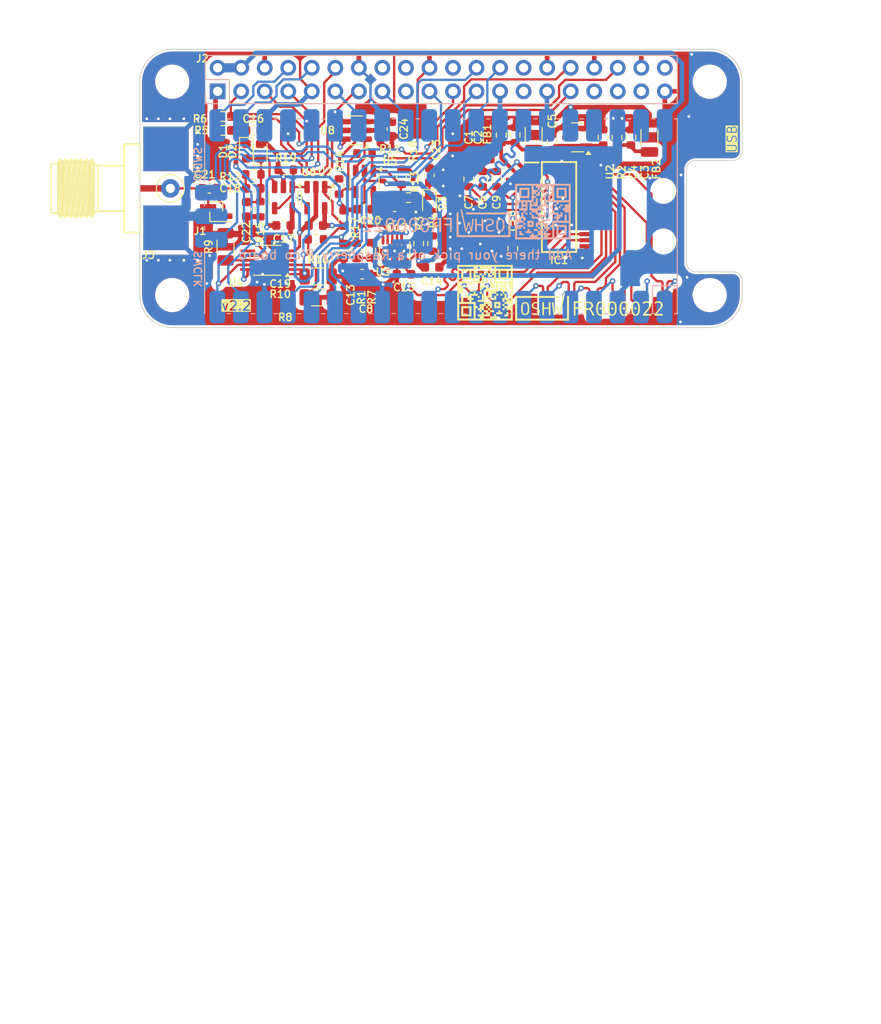
<source format=kicad_pcb>
(kicad_pcb (version 20240108) (generator "pcbnew") (generator_version "8.0")
  (layers (0 "F.Cu" signal) (31 "B.Cu" signal) (34 "B.Paste" user) (35 "F.Paste" user) (36 "B.SilkS" user "B.Silkscreen") (37 "F.SilkS" user "F.Silkscreen") (38 "B.Mask" user) (39 "F.Mask" user) (44 "Edge.Cuts" user))
  (net 0 "")
  (net 1 "SDA")
  (net 2 "+3.3V")
  (net 3 "SCL")
  (net 4 "+3.3VA")
  (net 5 "+5V")
  (net 6 "ADC_VREF")
  (net 7 "Net-(U3-C-)")
  (net 8 "Net-(U3-C+)")
  (net 9 "-3V3")
  (net 10 "GNDA")
  (net 11 "SPI_CLK")
  (net 12 "GPIO28_ADC2")
  (net 13 "TX")
  (net 14 "GPIO26_ADC0")
  (net 15 "GPIO27_ADC1")
  (net 16 "ADC_CLK")
  (net 17 "GPIO2")
  (net 18 "GPIO7")
  (net 19 "GPIO5")
  (net 20 "GPIO3")
  (net 22 "GPIO1")
  (net 23 "GPIO6")
  (net 24 "GPIO0")
  (net 26 "GPIO4")
  (net 28 "GPIO25")
  (net 29 "RX")
  (net 30 "SPI_CS")
  (net 31 "Net-(U3-CP)")
  (net 32 "GPIO21")
  (net 33 "SPI_MO")
  (net 34 "SPI_MI")
  (net 35 "GPIO22")
  (net 36 "GPIO24")
  (net 38 "Net-(D1-A)")
  (net 39 "Net-(J1-Pin_1)")
  (net 41 "Net-(J1-Pin_2)")
  (net 45 "VIN")
  (net 48 "SEL1")
  (net 49 "SEL0")
  (net 50 "Net-(U3-FB+)")
  (net 51 "Net-(U3-FB-)")
  (net 52 "Net-(U4-D1)")
  (net 53 "Net-(U4-D2)")
  (net 54 "Net-(R10-Pad2)")
  (net 55 "Net-(U4-S1)")
  (net 56 "Net-(U5--)")
  (net 57 "Net-(R11-Pad1)")
  (net 58 "Net-(U6--)")
  (net 59 "A00")
  (net 61 "Net-(U5-+)")
  (net 64 "+3.3VP")
  (net 65 "Net-(IC1-IRS)")
  (net 66 "Net-(IC1-VDDIO)")
  (net 67 "/VREF")
  (net 68 "Net-(IC1-VREFT)")
  (net 69 "Net-(IC1-VREFB)")
  (net 70 "Net-(IC1-VCOM)")
  (net 71 "GPIO9")
  (net 72 "GPIO8")
  (footprint "Package_TO_SOT_SMD:SOT-23" (layer "F.Cu") (at 144.5 70.75 180)
    (property "Reference" "U2")
    (property "Value" "LM4040DBZ-2.0")
  )
  (footprint "Resistor_SMD:R_0603_1608Metric" (layer "F.Cu") (at 147.25 70.75 90)
    (property "Reference" "R2")
    (property "Value" "1K")
  )
  (footprint "Capacitor_SMD:C_0603_1608Metric" (layer "F.Cu") (at 125.75 85.5 180)
    (property "Reference" "C15")
    (property "Value" "4.7u")
  )
  (footprint "Diode_SMD:D_0603_1608Metric" (layer "F.Cu") (at 128.5 77.85 -90)
    (property "Reference" "D3")
    (property "Value" "D")
  )
  (footprint "Capacitor_SMD:C_0603_1608Metric" (layer "F.Cu") (at 119.25 83 -90)
    (property "Reference" "C13")
    (property "Value" "2.2u")
  )
  (footprint "Resistor_SMD:R_0603_1608Metric" (layer "F.Cu") (at 121.5 72.5 180)
    (property "Reference" "R11")
    (property "Value" "100")
  )
  (footprint "Resistor_SMD:R_0603_1608Metric" (layer "F.Cu") (at 135.75 75.25 90)
    (property "Reference" "C9")
    (property "Value" "100nF")
  )
  (footprint "LOGO" (layer "F.Cu") (at 134.5 87.5)
    (property "Reference" "G***" (hide yes))
    (property "Value" "LOGO" (hide yes))
  )
  (footprint "Resistor_SMD:R_0603_1608Metric" (layer "F.Cu") (at 118.75 76.05 -90)
    (property "Reference" "R14")
    (property "Value" "100")
  )
  (footprint "Resistor_SMD:R_0603_1608Metric" (layer "F.Cu") (at 127.35 82.2 90)
    (property "Reference" "R3")
    (property "Value" "87k")
  )
  (footprint "Diode_SMD:D_0603_1608Metric" (layer "F.Cu") (at 110.25 72.25 90)
    (property "Reference" "D2")
    (property "Value" "D")
  )
  (footprint "Resistor_SMD:R_0603_1608Metric" (layer "F.Cu") (at 106.25 70 180)
    (property "Reference" "R5")
    (property "Value" "10K")
  )
  (footprint "MountingHole:MountingHole_3.2mm_M3" (layer "F.Cu") (at 158.75 87.75)
    (property "Reference" "REF**" (hide yes))
    (property "Value" "MountingHole_3.2mm_M3")
  )
  (footprint "Package_TO_SOT_SMD:SOT-23-6" (layer "F.Cu") (at 120.5 70 180)
    (property "Reference" "U8")
    (property "Value" "DAC5571")
  )
  (footprint "Diode_SMD:D_0603_1608Metric" (layer "F.Cu") (at 108.75 72.25 -90)
    (property "Reference" "D1")
    (property "Value" "D")
  )
  (footprint "Package_SON:WSON-12-1EP_3x2mm_P0.5mm_EP1x2.65_ThermalVias" (layer "F.Cu") (at 124.75 83 90)
    (property "Reference" "U3")
    (property "Value" "LM27762")
  )
  (footprint "Resistor_SMD:R_0603_1608Metric" (layer "F.Cu") (at 113 74.25)
    (property "Reference" "R19")
    (property "Value" "1K")
  )
  (footprint "TestPoint:TestPoint_Loop_D1.80mm_Drill1.0mm_Beaded" (layer "F.Cu") (at 100.55 76.25)
    (property "Reference" "REF**" (hide yes))
    (property "Value" "TestPoint_Loop_D1.80mm_Drill1.0mm_Beaded")
  )
  (footprint "ICTAMKY_V8:AMPHENOL_132357-11-MOD" (layer "F.Cu") (at 98.5 76.25)
    (property "Reference" "J3")
    (property "Value" "Conn_Coaxial" (hide yes))
  )
  (footprint "MountingHole:MountingHole_3.2mm_M3" (layer "F.Cu") (at 100.75 87.75)
    (property "Reference" "REF**" (hide yes))
    (property "Value" "MountingHole_3.2mm_M3")
  )
  (footprint "Inductor_SMD:L_1206_3216Metric" (layer "F.Cu") (at 152.25 70.75 -90)
    (property "Reference" "FB2")
    (property "Value" "FerriteBead_Small")
  )
  (footprint "Package_SO:MSOP-10_3x3mm_P0.5mm" (layer "F.Cu") (at 111 84 180)
    (property "Reference" "U4")
    (property "Value" "ADG621")
  )
  (footprint "Capacitor_SMD:C_0603_1608Metric" (layer "F.Cu") (at 109.5 76.25)
    (property "Reference" "C18")
    (property "Value" "1p")
  )
  (footprint "Resistor_SMD:R_0603_1608Metric" (layer "F.Cu") (at 126.25 77.25)
    (property "Reference" "R13")
    (property "Value" "100")
  )
  (footprint "LOGO" (layer "F.Cu") (at 145.75 89)
    (property "Reference" "G***" (hide yes))
    (property "Value" "LOGO" (hide yes))
  )
  (footprint "Resistor_SMD:R_0603_1608Metric" (layer "F.Cu") (at 150.25 70.75 90)
    (property "Reference" "C3")
    (property "Value" "100nF")
  )
  (footprint "SamacSys_Parts:SOP65P640X120-28N" (layer "F.Cu") (at 142.495 78.26)
    (property "Reference" "IC1")
    (property "Value" "ADC10080CIMT_NOPB" (hide yes))
  )
  (footprint "MountingHole:MountingHole_3.2mm_M3" (layer "F.Cu") (at 158.75 64.75)
    (property "Reference" "REF**" (hide yes))
    (property "Value" "MountingHole_3.2mm_M3")
  )
  (footprint "Resistor_SMD:R_0603_1608Metric" (layer "F.Cu") (at 132.75 75.25 90)
    (property "Reference" "C7")
    (property "Value" "100nF")
  )
  (footprint "Resistor_SMD:R_0603_1608Metric" (layer "F.Cu") (at 137.75 70.5 90)
    (property "Reference" "C2")
    (property "Value" "100nF")
  )
  (footprint "Resistor_SMD:R_0603_1608Metric" (layer "F.Cu") (at 136.25 70.5 90)
    (property "Reference" "C1")
    (property "Value" "4.7uF")
  )
  (footprint "Resistor_SMD:R_1206_3216Metric" (layer "F.Cu") (at 116.5 88)
    (property "Reference" "R8")
    (property "Value" "47")
  )
  (footprint "Capacitor_SMD:C_0603_1608Metric" (layer "F.Cu") (at 128.5 74.85 90)
    (property "Reference" "C23")
    (property "Value" "160p")
  )
  (footprint "Resistor_SMD:R_0603_1608Metric" (layer "F.Cu") (at 109.5 74.75)
    (property "Reference" "R12")
    (property "Value" "680k")
  )
  (footprint "MountingHole:MountingHole_3.2mm_M3" (layer "F.Cu") (at 100.75 64.75)
    (property "Reference" "REF**" (hide yes))
    (property "Value" "MountingHole_3.2mm_M3")
  )
  (footprint "Capacitor_SMD:C_0603_1608Metric" (layer "F.Cu") (at 121.25 85.5 180)
    (property "Reference" "C8")
    (property "Value" "2.2u")
  )
  (footprint "Resistor_SMD:R_0603_1608Metric" (layer "F.Cu") (at 148.75 70.75 90)
    (property "Reference" "C4")
    (property "Value" "4.7uF")
  )
  (footprint "Resistor_SMD:R_0603_1608Metric" (layer "F.Cu") (at 125.5 75 -90)
    (property "Reference" "R18")
    (property "Value" "1K")
  )
  (footprint "Capacitor_SMD:C_0603_1608Metric" (layer "F.Cu") (at 104.75 76.25)
    (property "Reference" "C21")
    (property "Value" "10n")
  )
  (footprint "Resistor_SMD:R_0603_1608Metric" (layer "F.Cu") (at 122.16 82.925 -90)
    (property "Reference" "R7")
    (property "Value" "50K")
  )
  (footprint "Capacitor_SMD:C_0603_1608Metric" (layer "F.Cu") (at 108.75 78.5 -90)
    (property "Reference" "C22")
    (property "Value" "6.8p")
  )
  (footprint "Capacitor_SMD:C_0603_1608Metric" (layer "F.Cu") (at 112.75 80.25 180)
    (property "Reference" "C17")
    (property "Value" "100n")
  )
  (footprint "Capacitor_SMD:C_0603_1608Metric" (layer "F.Cu") (at 121.5 78.5 180)
    (property "Reference" "C20")
    (property "Value" "100n")
  )
  (footprint "Resistor_SMD:R_0603_1608Metric" (layer "F.Cu") (at 134.25 75.25 90)
    (property "Reference" "C6")
    (property "Value" "100nF")
  )
  (footprint "Resistor_SMD:R_1206_3216Metric" (layer "F.Cu") (at 106.5 82.55 90)
    (property "Reference" "R9")
    (property "Value" "100")
  )
  (footprint "Resistor_SMD:R_0603_1608Metric" (layer "F.Cu") (at 128.85 82.2 90)
    (property "Reference" "R4")
    (property "Value" "50K")
  )
  (footprint "Connector_PinHeader_1.00mm:PinHeader_1x02_P1.00mm_Vertical_SMD_Pin1Left" (layer "F.Cu") (at 105.5 78.75 180)
    (property "Reference" "J1")
    (property "Value" "Conn_01x02_Male")
  )
  (footprint "Capacitor_SMD:C_0603_1608Metric" (layer "F.Cu") (at 116.25 80.25 180)
    (property "Reference" "C19")
    (property "Value" "100n")
  )
  (footprint "Package_TO_SOT_SMD:SOT-23-5" (layer "F.Cu") (at 112.75 77.25 -90)
    (property "Reference" "U6")
    (property "Value" "TPH2501")
  )
  (footprint "Resistor_SMD:R_0603_1608Metric" (layer "F.Cu") (at 119.25 79.5 -90)
    (property "Reference" "R17")
    (property "Value" "1K")
  )
  (footprint "Resistor_SMD:R_0603_1608Metric" (layer "F.Cu") (at 137.5 82.75 -90)
    (property "Reference" "C10")
    (property "Value" "100nF")
  )
  (footprint "Resistor_SMD:R_0603_1608Metric" (layer "F.Cu") (at 141.75 71.25 90)
    (property "Reference" "C5")
    (property "Value" "100nF")
  )
  (footprint "Capacitor_SMD:C_0603_1608Metric" (layer "F.Cu") (at 109.5 70 180)
    (property "Reference" "C16")
    (property "Value" "100n")
  )
  (footprint "Resistor_SMD:R_0603_1608Metric" (layer "F.Cu") (at 116.25 81.75)
    (property "Reference" "R10")
    (property "Value" "680")
  )
  (footprint "Resistor_SMD:R_0603_1608Metric" (layer "F.Cu") (at 106.25 68.5 180)
    (property "Reference" "R6")
    (property "Value" "10K")
  )
  (footprint "Resistor_SMD:R_0603_1608Metric" (layer "F.Cu") (at 120.66 83 -90)
    (property "Reference" "R1")
    (property "Value" "87k")
  )
  (footprint "Capacitor_SMD:C_0603_1608Metric" (layer "F.Cu") (at 124.75 79.25)
    (property "Reference" "C12")
    (property "Value" "2.2u")
  )
  (footprint "Capacitor_SMD:C_0603_1608Metric" (layer "F.Cu") (at 128.8 84.75)
    (property "Reference" "C14")
    (property "Value" "2.2u")
  )
  (footprint "Inductor_SMD:L_1206_3216Metric" (layer "F.Cu") (at 139.75 70.5 -90)
    (property "Reference" "FB1")
    (property "Value" "FerriteBead_Small")
  )
  (footprint "Package_TO_SOT_SMD:SOT-23-5" (layer "F.Cu") (at 121.5 75.5 -90)
    (property "Reference" "U5")
    (property "Value" "OPA830")
  )
  (footprint "Resistor_SMD:R_1206_3216Metric" (layer "F.Cu") (at 116.5 85.75)
    (property "Reference" "R16")
    (property "Value" "100")
  )
  (footprint "Resistor_SMD:R_0603_1608Metric" (layer "F.Cu") (at 110.25 78.5 90)
    (property "Reference" "R15")
    (property "Value" "100k")
  )
  (footprint "Capacitor_SMD:C_0603_1608Metric" (layer "F.Cu") (at 124.45 69.85 -90)
    (property "Reference" "C24")
    (property "Value" "100n")
  )
  (footprint "Package_TO_SOT_SMD:SOT-23-5" (layer "F.Cu") (at 116.25 77.25 -90)
    (property "Reference" "U7")
    (property "Value" "LMH6629")
  )
  (footprint "Connector_PinSocket_2.54mm:PinSocket_2x20_P2.54mm_Vertical" (layer "B.Cu") (at 105.65 65.79 -90)
    (property "Reference" "J2")
    (property "Value" "Conn_02x20_Odd_Even")
  )
  (footprint "LOGO" (layer "B.Cu") (at 140.75 78.75 180)
    (property "Reference" "G***" (hide yes))
    (property "Value" "LOGO" (hide yes))
  )
  (footprint "ICTAMKY_V8:RPi_Pico_SMD" (layer "B.Cu") (at 129.75 79.25 90)
    (property "Reference" "U1" (hide yes))
    (property "Value" "Pico")
  )
  (footprint "LOGO" (layer "B.Cu") (at 129.25 80 180)
    (property "Reference" "G***" (hide yes))
    (property "Value" "LOGO" (hide yes))
  )
  (gr_arc (start 162.249999 87.749999) (mid 161.224873 90.224873) (end 158.75 91.249999) (stroke (width 0.1)) (layer "Edge.Cuts"))
  (gr_line (start 158.75 91.25) (end 100.75 91.25) (stroke (width 0.1)) (layer "Edge.Cuts"))
  (gr_arc (start 156.25 74.25) (mid 156.542893 73.542893) (end 157.25 73.25) (stroke (width 0.1)) (layer "Edge.Cuts"))
  (gr_line (start 157.25 73.25) (end 161.25 73.25) (stroke (width 0.1)) (layer "Edge.Cuts"))
  (gr_arc (start 161.25 85.25) (mid 161.957107 85.542893) (end 162.25 86.25) (stroke (width 0.1)) (layer "Edge.Cuts"))
  (gr_line (start 97.25 87.75) (end 97.25 64.75) (stroke (width 0.1)) (layer "Edge.Cuts"))
  (gr_arc (start 158.749999 61.250001) (mid 161.224873 62.275127) (end 162.249999 64.75) (stroke (width 0.1)) (layer "Edge.Cuts"))
  (gr_line (start 156.25 84.25) (end 156.25 74.25) (stroke (width 0.1)) (layer "Edge.Cuts"))
  (gr_arc (start 162.25 72.25) (mid 161.957107 72.957107) (end 161.25 73.25) (stroke (width 0.1)) (layer "Edge.Cuts"))
  (gr_arc (start 157.25 85.25) (mid 156.542893 84.957107) (end 156.25 84.25) (stroke (width 0.1)) (layer "Edge.Cuts"))
  (gr_arc (start 97.250001 64.75) (mid 98.275127 62.275126) (end 100.75 61.25) (stroke (width 0.1)) (layer "Edge.Cuts"))
  (gr_line (start 100.75 61.25) (end 158.75 61.25) (stroke (width 0.1)) (layer "Edge.Cuts"))
  (gr_line (start 161.25 85.25) (end 157.25 85.25) (stroke (width 0.1)) (layer "Edge.Cuts"))
  (gr_arc (start 100.750001 91.249999) (mid 98.275127 90.224873) (end 97.250001 87.75) (stroke (width 0.1)) (layer "Edge.Cuts"))
  (gr_line (start 162.25 64.75) (end 162.25 72.25) (stroke (width 0.1)) (layer "Edge.Cuts"))
  (gr_line (start 162.25 86.25) (end 162.25 87.75) (stroke (width 0.1)) (layer "Edge.Cuts"))
  (gr_text "Add there your pick of a Raspberry Pico board" (at 144 84 0) (layer "B.SilkS") (effects (font (size 1 1)) (justify left bottom mirror)))
  (gr_text "v2.2" (at 106 89.5 0) (layer "F.SilkS" knockout) (effects (font (size 1 1)) (justify left bottom)))
  (gr_text "USB" (at 161.75 72.5 90) (layer "F.SilkS" knockout) (effects (font (size 1 1) (thickness 0.1)) (justify left bottom)))
  (segment (start 107.075 68.5) (end 107.075 67.005) (width 0.25) (layer "F.Cu") (net 1))
  (segment (start 114.675 72.875) (end 114.775 72.975) (width 0.25) (layer "F.Cu") (net 1))
  (segment (start 114.675 72.575) (end 114.675 72.875) (width 0.25) (layer "F.Cu") (net 1))
  (segment (start 107.325 68.25) (end 107.075 68.5) (width 0.25) (layer "F.Cu") (net 1))
  (segment (start 113.4 68.25) (end 107.325 68.25) (width 0.25) (layer "F.Cu") (net 1))
  (segment (start 114.375 72.575) (end 114.775 72.975) (width 0.25) (layer "F.Cu") (net 1))
  (segment (start 115.25 70.1) (end 113.4 68.25) (width 0.25) (layer "F.Cu") (net 1))
  (segment (start 117.5 69.75) (end 118.2 69.05) (width 0.25) (layer "F.Cu") (net 1))
  (segment (start 114.775 72.975) (end 115.25 73.45) (width 0.25) (layer "F.Cu") (net 1))
  (segment (start 115.25 72) (end 115.25 70.1) (width 0.25) (layer "F.Cu") (net 1))
  (segment (start 114.675 72.575) (end 115.25 72) (width 0.25) (layer "F.Cu") (net 1))
  (segment (start 118.2 69.05) (end 119.3625 69.05) (width 0.25) (layer "F.Cu") (net 1))
  (segment (start 114.675 72.575) (end 114.375 72.575) (width 0.25) (layer "F.Cu") (net 1))
  (segment (start 115.25 73.95) (end 115.75 74.45) (width 0.25) (layer "F.Cu") (net 1))
  (segment (start 113.25 70.35) (end 113.25 71.45) (width 0.25) (layer "F.Cu") (net 1))
  (segment (start 115.75 74.45) (end 116.842894 74.45) (width 0.25) (layer "F.Cu") (net 1))
  (segment (start 113.25 71.45) (end 114.375 72.575) (width 0.25) (layer "F.Cu") (net 1))
  (segment (start 116.842894 74.45) (end 117.5 73.792894) (width 0.25) (layer "F.Cu") (net 1))
  (segment (start 108.29 65.79) (end 108.19 65.79) (width 0.25) (layer "F.Cu") (net 1))
  (segment (start 117.5 73.792894) (end 117.5 69.75) (width 0.25) (layer "F.Cu") (net 1))
  (segment (start 115.25 73.45) (end 115.25 73.95) (width 0.25) (layer "F.Cu") (net 1))
  (segment (start 107.075 67.005) (end 108.29 65.79) (width 0.25) (layer "F.Cu") (net 1))
  (via (at 113.25 70.35) (size 0.6) (drill 0.3) (layers "F.Cu" "B.Cu") (net 1))
  (segment (start 113.25 70.35) (end 113.24 70.36) (width 0.25) (layer "B.Cu") (net 1))
  (segment (start 147.25 67.75) (end 147.25 68.25) (width 0.5) (layer "F.Cu") (net 2))
  (segment (start 143.5 67.5) (end 143.75 67.5) (width 0.5) (layer "F.Cu") (net 2))
  (segment (start 151.5 67.5) (end 152.25 68.25) (width 0.5) (layer "F.Cu") (net 2))
  (segment (start 139.75 68.925) (end 139.925 68.75) (width 0.5) (layer "F.Cu") (net 2))
  (segment (start 143.75 67.5) (end 146.5 67.5) (width 0.5) (layer "F.Cu") (net 2))
  (segment (start 147.25 68.25) (end 146.75 67.75) (width 0.5) (layer "F.Cu") (net 2))
  (segment (start 139.925 68.75) (end 142.25 68.75) (width 0.5) (layer "F.Cu") (net 2))
  (segment (start 147.25 68.25) (end 147.25 69.925) (width 0.5) (layer "F.Cu") (net 2))
  (segment (start 146.5 67.5) (end 151.5 67.5) (width 0.5) (layer "F.Cu") (net 2))
  (segment (start 142.25 68.75) (end 143.5 67.5) (width 0.5) (layer "F.Cu") (net 2))
  (segment (start 147.5 67.5) (end 146.5 67.5) (width 0.5) (layer "F.Cu") (net 2))
  (segment (start 147.25 68.25) (end 148 67.5) (width 0.5) (layer "F.Cu") (net 2))
  (segment (start 147.75 67.75) (end 147.5 67.5) (width 0.5) (layer "F.Cu") (net 2))
  (segment (start 146.75 67.75) (end 147.25 67.75) (width 0.5) (layer "F.Cu") (net 2))
  (segment (start 148 67.5) (end 148.25 67.5) (width 0.5) (layer "F.Cu") (net 2))
  (segment (start 147.25 67.75) (end 147.75 67.75) (width 0.5) (layer "F.Cu") (net 2))
  (segment (start 152.25 68.25) (end 152.25 69.175) (width 0.5) (layer "F.Cu") (net 2))
  (via (at 143.75 67.5) (size 0.6) (drill 0.3) (layers "F.Cu" "B.Cu") (net 2))
  (segment (start 143.75 67.5) (end 143.75 70.33) (width 0.5) (layer "B.Cu") (net 2))
  (segment (start 143.75 70.5) (end 143.75 70.39) (width 0.5) (layer "B.Cu") (net 2))
  (segment (start 143.75 70.33) (end 143.72 70.36) (width 0.5) (layer "B.Cu") (net 2))
  (segment (start 143.75 70.39) (end 143.72 70.36) (width 0.5) (layer "B.Cu") (net 2))
  (segment (start 143.75 70.925) (end 143.75 70.5) (width 0.5) (layer "B.Cu") (net 2))
  (segment (start 114.75 74.45) (end 115.25 74.95) (width 0.25) (layer "F.Cu") (net 3))
  (segment (start 114.45 70.2) (end 114.45 71.45) (width 0.25) (layer "F.Cu") (net 3))
  (segment (start 112.9 69.65) (end 112.65 69.9) (width 0.25) (layer "F.Cu") (net 3))
  (segment (start 118 74) (end 118 71) (width 0.25) (layer "F.Cu") (net 3))
  (segment (start 112.39 67.45) (end 110.73 65.79) (width 0.25) (layer "F.Cu") (net 3))
  (segment (start 117.05 74.95) (end 118 74) (width 0.25) (layer "F.Cu") (net 3))
  (segment (start 112 68.75) (end 112.625 69.375) (width 0.25) (layer "F.Cu") (net 3))
  (segment (start 112.75 69.5) (end 112.9 69.65) (width 0.25) (layer "F.Cu") (net 3))
  (segment (start 112.5 71.5) (end 114.75 73.75) (width 0.25) (layer "F.Cu") (net 3))
  (segment (start 112.625 69.375) (end 112.65 69.4) (width 0.25) (layer "F.Cu") (net 3))
  (segment (start 114.75 73.75) (end 114.75 74.45) (width 0.25) (layer "F.Cu") (net 3))
  (segment (start 113.9 69.65) (end 114.45 70.2) (width 0.25) (layer "F.Cu") (net 3))
  (segment (start 115.25 74.95) (end 117.05 74.95) (width 0.25) (layer "F.Cu") (net 3))
  (segment (start 112.9 69.65) (end 113.9 69.65) (width 0.25) (layer "F.Cu") (net 3))
  (segment (start 112.65 69.9) (end 112.5 70.05) (width 0.25) (layer "F.Cu") (net 3))
  (segment (start 107.075 69.925) (end 108.25 68.75) (width 0.25) (layer "F.Cu") (net 3))
  (segment (start 112.65 69.4) (end 112.65 69.9) (width 0.25) (layer "F.Cu") (net 3))
  (segment (start 108.25 68.75) (end 112 68.75) (width 0.25) (layer "F.Cu") (net 3))
  (segment (start 119 70) (end 119.3625 70) (width 0.25) (layer "F.Cu") (net 3))
  (segment (start 112.5 70.05) (end 112.5 71.5) (width 0.25) (layer "F.Cu") (net 3))
  (segment (start 113.7 67.45) (end 112.39 67.45) (width 0.25) (layer "F.Cu") (net 3))
  (segment (start 107.075 70) (end 107.075 69.925) (width 0.25) (layer "F.Cu") (net 3))
  (segment (start 112.625 69.375) (end 112.75 69.5) (width 0.25) (layer "F.Cu") (net 3))
  (segment (start 115.25 69) (end 113.7 67.45) (width 0.25) (layer "F.Cu") (net 3))
  (segment (start 118 71) (end 119 70) (width 0.25) (layer "F.Cu") (net 3))
  (via (at 115.25 69) (size 0.6) (drill 0.3) (layers "F.Cu" "B.Cu") (net 3))
  (via (at 114.45 71.45) (size 0.6) (drill 0.3) (layers "F.Cu" "B.Cu") (net 3))
  (segment (start 115.78 70.47) (end 115.78 70.36) (width 0.25) (layer "B.Cu") (net 3))
  (segment (start 114.45 71.45) (end 114.8 71.45) (width 0.25) (layer "B.Cu") (net 3))
  (segment (start 114.8 71.45) (end 115.78 70.47) (width 0.25) (layer "B.Cu") (net 3))
  (segment (start 107.975 71.45) (end 108.7375 71.45) (width 0.5) (layer "F.Cu") (net 4))
  (segment (start 119 82.225) (end 119 81.5) (width 0.5) (layer "F.Cu") (net 4))
  (segment (start 122.95 80) (end 122.7 80.25) (width 0.25) (layer "F.Cu") (net 4))
  (segment (start 108.725 70) (end 108.725 71.4375) (width 0.5) (layer "F.Cu") (net 4))
  (segment (start 113.525 80.25) (end 113.7 80.075) (width 0.5) (layer "F.Cu") (net 4))
  (segment (start 124.425 69.05) (end 124.45 69.075) (width 0.25) (layer "F.Cu") (net 4))
  (segment (start 108.7375 71.45) (end 108.75 71.4625) (width 0.5) (layer "F.Cu") (net 4))
  (segment (start 120.45 69.424828) (end 120.824828 69.05) (width 0.3) (layer "F.Cu") (net 4))
  (segment (start 122.45 76.6375) (end 122.45 78.325) (width 0.5) (layer "F.Cu") (net 4))
  (segment (start 122.95 79.3) (end 122.275 78.625) (width 0.5) (layer "F.Cu") (net 4))
  (segment (start 122.7 80.25) (end 122.65 80.25) (width 0.25) (layer "F.Cu") (net 4))
  (segment (start 122.275 78.625) (end 122.275 78.5) (width 0.25) (layer "F.Cu") (net 4))
  (segment (start 122.95 79.3) (end 122.95 80) (width 0.25) (layer "F.Cu") (net 4))
  (segment (start 117.025 80.25) (end 118 80.25) (width 0.5) (layer "F.Cu") (net 4))
  (segment (start 117.025 80.25) (end 117.2 80.075) (width 0.5) (layer "F.Cu") (net 4))
  (segment (start 121 80.25) (end 120.66 80.59) (width 0.5) (layer "F.Cu") (net 4))
  (segment (start 120.61 82.225) (end 120.66 82.175) (width 0.25) (layer "F.Cu") (net 4))
  (segment (start 120.45 71.3) (end 120.45 69.424828) (width 0.3) (layer "F.Cu") (net 4))
  (segment (start 108.725 71.4375) (end 108.75 71.4625) (width 0.25) (layer "F.Cu") (net 4))
  (segment (start 122.95 80) (end 122.95 80.25) (width 0.25) (layer "F.Cu") (net 4))
  (segment (start 122.65 80.25) (end 122.25 80.25) (width 0.25) (layer "F.Cu") (net 4))
  (segment (start 123.5 80.25) (end 123.25 80.25) (width 0.25) (layer "F.Cu") (net 4))
  (segment (start 113.525 78.5625) (end 113.7 78.3875) (width 0.25) (layer "F.Cu") (net 4))
  (segment (start 121.6375 69.05) (end 124.425 69.05) (width 0.5) (layer "F.Cu") (net 4))
  (segment (start 113.7 80.075) (end 113.7 78.3875) (width 0.5) (layer "F.Cu") (net 4))
  (segment (start 119 82.225) (end 120.61 82.225) (width 0.5) (layer "F.Cu") (net 4))
  (segment (start 118.8 74.15) (end 118.8 72.95) (width 0.3) (layer "F.Cu") (net 4))
  (segment (start 118.8 72.95) (end 120.45 71.3) (width 0.3) (layer "F.Cu") (net 4))
  (segment (start 108.8875 85.6125) (end 108.8875 85) (width 0.3) (layer "F.Cu") (net 4))
  (segment (start 123.25 80.25) (end 122.65 80.25) (width 0.25) (layer "F.Cu") (net 4))
  (segment (start 108.45 86.05) (end 108.8875 85.6125) (width 0.3) (layer "F.Cu") (net 4))
  (segment (start 117.2 80.075) (end 117.2 78.3875) (width 0.5) (layer "F.Cu") (net 4))
  (segment (start 120.66 80.59) (end 120.66 82.175) (width 0.5) (layer "F.Cu") (net 4))
  (segment (start 122.25 80.25) (end 121 80.25) (width 0.5) (layer "F.Cu") (net 4))
  (segment (start 124 82.05) (end 124 80.75) (width 0.25) (layer "F.Cu") (net 4))
  (segment (start 123.2 80.25) (end 123.25 80.25) (width 0.25) (layer "F.Cu") (net 4))
  (segment (start 120.824828 69.05) (end 121.6375 69.05) (width 0.3) (layer "F.Cu") (net 4))
  (segment (start 124 80.75) (end 123.5 80.25) (width 0.25) (layer "F.Cu") (net 4))
  (segment (start 113.525 80.25) (end 113.525 81.475) (width 0.5) (layer "F.Cu") (net 4))
  (segment (start 122.95 80) (end 123.2 80.25) (width 0.25) (layer "F.Cu") (net 4))
  (segment (start 107.625 71.8) (end 107.975 71.45) (width 0.5) (layer "F.Cu") (net 4))
  (segment (start 122.45 78.325) (end 122.275 78.5) (width 0.25) (layer "F.Cu") (net 4))
  (segment (start 113.525 81.475) (end 113.5 81.5) (width 0.3) (layer "F.Cu") (net 4))
  (segment (start 107.625 73.875) (end 107.625 71.8) (width 0.5) (layer "F.Cu") (net 4))
  (via (at 118 80.25) (size 0.6) (drill 0.3) (layers "F.Cu" "B.Cu") (net 4))
  (via (at 108.45 86.05) (size 0.6) (drill 0.3) (layers "F.Cu" "B.Cu") (net 4))
  (via (at 119 81.5) (size 0.6) (drill 0.3) (layers "F.Cu" "B.Cu") (net 4))
  (via (at 107.625 73.875) (size 0.6) (drill 0.3) (layers "F.Cu" "B.Cu") (net 4))
  (via (at 113.5 81.5) (size 0.6) (drill 0.3) (layers "F.Cu" "B.Cu") (net 4))
  (via (at 118.8 74.15) (size 0.6) (drill 0.3) (layers "F.Cu" "B.Cu") (net 4))
  (segment (start 115.85 83.4) (end 115.85 85.65) (width 0.3) (layer "B.Cu") (net 4))
  (segment (start 110.75 81.15) (end 110.75 81.5) (width 0.3) (layer "B.Cu") (net 4))
  (segment (start 110 76.25) (end 107.625 73.875) (width 0.3) (layer "B.Cu") (net 4))
  (segment (start 110.15 83.35) (end 110.75 82.75) (width 0.3) (layer "B.Cu") (net 4))
  (segment (start 119.65 79.85) (end 119.65 80.2) (width 0.3) (layer "B.Cu") (net 4))
  (segment (start 110.75 82.75) (end 110.75 81.5) (width 0.3) (layer "B.Cu") (net 4))
  (segment (start 113.15 81.15) (end 111 81.15) (width 0.3) (layer "B.Cu") (net 4))
  (segment (start 119.65 80.85) (end 119.65 80.65) (width 0.3) (layer "B.Cu") (net 4))
  (segment (start 114.55 86.25) (end 114 85.7) (width 0.3) (layer "B.Cu") (net 4))
  (segment (start 108.9 83.35) (end 110.15 83.35) (width 0.3) (layer "B.Cu") (net 4))
  (segment (start 119.65 75) (end 119.65 79.85) (width 0.3) (layer "B.Cu") (net 4))
  (segment (start 119.25 80.25) (end 119.6 80.25) (width 0.3) (layer "B.Cu") (net 4))
  (segment (start 117.75 81.5) (end 115.85 83.4) (width 0.3) (layer "B.Cu") (net 4))
  (segment (start 114 85.7) (end 114 82) (width 0.3) (layer "B.Cu") (net 4))
  (segment (start 110.25 81.15) (end 110 80.9) (width 0.3) (layer "B.Cu") (net 4))
  (segment (start 110.75 81.4) (end 110.5 81.15) (width 0.3) (layer "B.Cu") (net 4))
  (segment (start 115.85 85.65) (end 115.25 86.25) (width 0.3) (layer "B.Cu") (net 4))
  (segment (start 119.65 80.2) (end 119.65 80.65) (width 0.3) (layer "B.Cu") (net 4))
  (segment (start 119 81.5) (end 117.75 81.5) (width 0.3) (layer "B.Cu") (net 4))
  (segment (start 119.25 80.25) (end 119.65 79.85) (width 0.3) (layer "B.Cu") (net 4))
  (segment (start 110.5 81.15) (end 110.25 81.15) (width 0.3) (layer "B.Cu") (net 4))
  (segment (start 110.75 81.5) (end 110.75 81.4) (width 0.3) (layer "B.Cu") (net 4))
  (segment (start 110.75 81.4) (end 111 81.15) (width 0.3) (layer "B.Cu") (net 4))
  (segment (start 108.45 83.8) (end 108.9 83.35) (width 0.3) (layer "B.Cu") (net 4))
  (segment (start 108.45 86.05) (end 108.45 83.8) (width 0.3) (layer "B.Cu") (net 4))
  (segment (start 111 81.15) (end 110.5 81.15) (width 0.3) (layer "B.Cu") (net 4))
  (segment (start 119.6 80.25) (end 119.65 80.2) (width 0.3) (layer "B.Cu") (net 4))
  (segment (start 113.5 81.5) (end 113.15 81.15) (width 0.3) (layer "B.Cu") (net 4))
  (segment (start 119.25 80.25) (end 119.65 80.65) (width 0.3) (layer "B.Cu") (net 4))
  (segment (start 110 80.9) (end 110 76.25) (width 0.3) (layer "B.Cu") (net 4))
  (segment (start 114 82) (end 113.5 81.5) (width 0.3) (layer "B.Cu") (net 4))
  (segment (start 118 80.25) (end 119.25 80.25) (width 0.3) (layer "B.Cu") (net 4))
  (segment (start 118.8 74.15) (end 119.65 75) (width 0.3) (layer "B.Cu") (net 4))
  (segment (start 115.25 86.25) (end 114.55 86.25) (width 0.3) (layer "B.Cu") (net 4))
  (segment (start 119 81.5) (end 119.65 80.85) (width 0.3) (layer "B.Cu") (net 4))
  (segment (start 125.75 81) (end 126 81) (width 0.3) (layer "F.Cu") (net 5))
  (segment (start 123.5 82.05) (end 123.5 81.5) (width 0.3) (layer "F.Cu") (net 5))
  (segment (start 125.5 81.25) (end 125.75 81) (width 0.3) (layer "F.Cu") (net 5))
  (segment (start 123.5 81.5) (end 123.25 81.25) (width 0.3) (layer "F.Cu") (net 5))
  (segment (start 125.5 82.05) (end 125.5 81.25) (width 0.3) (layer "F.Cu") (net 5))
  (segment (start 124.5 84.5) (end 123.5 85.5) (width 0.25) (layer "F.Cu") (net 5))
  (segment (start 124.5 83.95) (end 124.5 84.5) (width 0.25) (layer "F.Cu") (net 5))
  (segment (start 123.5 85.5) (end 122.025 85.5) (width 0.5) (layer "F.Cu") (net 5))
  (via (at 123.5 85.5) (size 0.6) (drill 0.3) (layers "F.Cu" "B.Cu") (net 5))
  (via (at 123.25 81.25) (size 0.6) (drill 0.3) (layers "F.Cu" "B.Cu") (net 5))
  (via (at 126 81) (size 0.6) (drill 0.3) (layers "F.Cu" "B.Cu") (net 5))
  (segment (start 153.88 70.36) (end 153.88 68.62) (width 0.5) (layer "B.Cu") (net 5))
  (segment (start 123.5 85.5) (end 123.65 85.65) (width 0.5) (layer "B.Cu") (net 5))
  (segment (start 154.6 61.65) (end 109.79 61.65) (width 0.5) (layer "B.Cu") (net 5))
  (segment (start 155.75 62.8) (end 154.6 61.65) (width 0.5) (layer "B.Cu") (net 5))
  (segment (start 123.65 85.65) (end 146.1 85.65) (width 0.5) (layer "B.Cu") (net 5))
  (segment (start 105.65 63.25) (end 108.19 63.25) (width 1) (layer "B.Cu") (net 5))
  (segment (start 149.65 74.1) (end 152.9 74.1) (width 0.5) (layer "B.Cu") (net 5))
  (segment (start 146.1 85.65) (end 149 82.75) (width 0.5) (layer "B.Cu") (net 5))
  (segment (start 149 82.75) (end 149 74.75) (width 0.5) (layer "B.Cu") (net 5))
  (segment (start 123.25 81.25) (end 123.5 81) (width 0.5) (layer "B.Cu") (net 5))
  (segment (start 153.88 68.62) (end 155.75 66.75) (width 0.5) (layer "B.Cu") (net 5))
  (segment (start 155.75 66.75) (end 155.75 62.8) (width 0.5) (layer "B.Cu") (net 5))
  (segment (start 109.79 61.65) (end 108.19 63.25) (width 0.5) (layer "B.Cu") (net 5))
  (segment (start 122.65 84.65) (end 123.5 85.5) (width 0.5) (layer "B.Cu") (net 5))
  (segment (start 122.65 81.85) (end 122.65 84.65) (width 0.5) (layer "B.Cu") (net 5))
  (segment (start 153.88 73.12) (end 153.88 70.36) (width 0.5) (layer "B.Cu") (net 5))
  (segment (start 152.9 74.1) (end 153.88 73.12) (width 0.5) (layer "B.Cu") (net 5))
  (segment (start 123.25 81.25) (end 122.65 81.85) (width 0.5) (layer "B.Cu") (net 5))
  (segment (start 123.5 81) (end 126 81) (width 0.5) (layer "B.Cu") (net 5))
  (segment (start 149 74.75) (end 149.65 74.1) (width 0.5) (layer "B.Cu") (net 5))
  (segment (start 141.18 70.36) (end 141.18 65.82) (width 0.5) (layer "B.Cu") (net 6))
  (segment (start 141.18 65.82) (end 141.21 65.79) (width 0.25) (layer "B.Cu") (net 6))
  (segment (start 125 79.775) (end 125.525 79.25) (width 0.25) (layer "F.Cu") (net 7))
  (segment (start 125 82.05) (end 125 79.775) (width 0.25) (layer "F.Cu") (net 7))
  (segment (start 124.5 79.775) (end 123.975 79.25) (width 0.25) (layer "F.Cu") (net 8))
  (segment (start 124.5 82.05) (end 124.5 79.775) (width 0.25) (layer "F.Cu") (net 8))
  (segment (start 119.375 78.55) (end 120.675 78.55) (width 0.5) (layer "F.Cu") (net 9))
  (segment (start 126 83.95) (end 126.425 83.95) (width 0.25) (layer "F.Cu") (net 9))
  (segment (start 121.5 75.45) (end 121.5 75.7) (width 0.25) (layer "F.Cu") (net 9))
  (segment (start 121.5 75.7) (end 121.5 77.725) (width 0.25) (layer "F.Cu") (net 9))
  (segment (start 121.5 74.3625) (end 121.5 75.25) (width 0.25) (layer "F.Cu") (net 9))
  (segment (start 116.25 79.25) (end 116.25 76.1125) (width 0.5) (layer "F.Cu") (net 9))
  (segment (start 121.75 75.45) (end 121.5 75.7) (width 0.25) (layer "F.Cu") (net 9))
  (segment (start 121.8 75.45) (end 123.2 75.45) (width 0.25) (layer "F.Cu") (net 9))
  (segment (start 126.425 83.95) (end 127.35 83.025) (width 0.25) (layer "F.Cu") (net 9))
  (segment (start 119.25 78.675) (end 119.25 78.3) (width 0.5) (layer "F.Cu") (net 9))
  (segment (start 126.75 75.75) (end 126.75 74.75) (width 0.5) (layer "F.Cu") (net 9))
  (segment (start 114 83) (end 114.5 82.5) (width 0.3) (layer "F.Cu") (net 9))
  (segment (start 123.9 75.75) (end 123.6 75.45) (width 0.5) (layer "F.Cu") (net 9))
  (segment (start 129.5625 78.6375) (end 128.5 78.6375) (width 0.5) (layer "F.Cu") (net 9))
  (segment (start 115.475 80.025) (end 116.25 79.25) (width 0.5) (layer "F.Cu") (net 9))
  (segment (start 121.5 75.45) (end 121.8 75.45) (width 0.25) (layer "F.Cu") (net 9))
  (segment (start 126.75 74.75) (end 126.175 74.175) (width 0.5) (layer "F.Cu") (net 9))
  (segment (start 112.75 75) (end 112.75 74.825) (width 0.5) (layer "F.Cu") (net 9))
  (segment (start 112.75 74.825) (end 112.175 74.25) (width 0.5) (layer "F.Cu") (net 9))
  (segment (start 119.25 78.675) (end 119.375 78.55) (width 0.25) (layer "F.Cu") (net 9))
  (segment (start 123.6 75.45) (end 123.2 75.45) (width 0.5) (layer "F.Cu") (net 9))
  (segment (start 127.35 84.5) (end 127.35 83.025) (width 0.5) (layer "F.Cu") (net 9))
  (segment (start 112.75 76.1125) (end 112.75 75) (width 0.5) (layer "F.Cu") (net 9))
  (segment (start 111.975 80.25) (end 111.15 80.25) (width 0.5) (layer "F.Cu") (net 9))
  (segment (start 126.175 74.175) (end 125.5 74.175) (width 0.5) (layer "F.Cu") (net 9))
  (segment (start 113.1125 83) (end 114 83) (width 0.3) (layer "F.Cu") (net 9))
  (segment (start 121.5 77.725) (end 120.725 78.5) (width 0.25) (layer "F.Cu") (net 9))
  (segment (start 111.15 80.25) (end 110.95 80.45) (width 0.5) (layer "F.Cu") (net 9))
  (segment (start 120.675 78.55) (end 120.725 78.5) (width 0.25) (layer "F.Cu") (net 9))
  (segment (start 121.8 75.45) (end 121.75 75.45) (width 0.25) (layer "F.Cu") (net 9))
  (segment (start 112.175 74.25) (end 112.175 72.675) (width 0.5) (layer "F.Cu") (net 9))
  (segment (start 129.6 78.6) (end 129.5625 78.6375) (width 0.5) (layer "F.Cu") (net 9))
  (segment (start 121.8 75.45) (end 121.7 75.45) (width 0.25) (layer "F.Cu") (net 9))
  (segment (start 121.7 75.45) (end 121.5 75.25) (width 0.25) (layer "F.Cu") (net 9))
  (segment (start 115.475 80.25) (end 115.25 80.25) (width 0.3) (layer "F.Cu") (net 9))
  (segment (start 114.5 82.5) (end 114.5 81) (width 0.3) (layer "F.Cu") (net 9))
  (segment (start 110.9625 71.4625) (end 110.25 71.4625) (width 0.5) (layer "F.Cu") (net 9))
  (segment (start 110.275 71.4375) (end 110.25 71.4625) (width 0.25) (layer "F.Cu") (net 9))
  (segment (start 128.025 84.75) (end 127.6 84.75) (width 0.5) (layer "F.Cu") (net 9))
  (segment (start 112.175 72.675) (end 110.9625 71.4625) (width 0.5) (layer "F.Cu") (net 9))
  (segment (start 110.275 70) (end 110.275 71.4375) (width 0.5) (layer "F.Cu") (net 9))
  (segment (start 127.6 84.75) (end 127.35 84.5) (width 0.5) (layer "F.Cu") (net 9))
  (segment (start 115.25 80.25) (end 114.5 81) (width 0.5) (layer "F.Cu") (net 9))
  (segment (start 119.25 78.3) (end 118.8 77.85) (width 0.5) (layer "F.Cu") (net 9))
  (segment (start 115.475 80.25) (end 115.475 80.025) (width 0.25) (layer "F.Cu") (net 9))
  (segment (start 121.5 75.25) (end 121.5 75.45) (width 0.25) (layer "F.Cu") (net 9))
  (via (at 123.9 75.75) (size 0.6) (drill 0.3) (layers "F.Cu" "B.Cu") (net 9))
  (via (at 127.35 84.05) (size 0.6) (drill 0.3) (layers "F.Cu" "B.Cu") (net 9))
  (via (at 126.75 75.75) (size 0.6) (drill 0.3) (layers "F.Cu" "B.Cu") (net 9))
  (via (at 114.5 81) (size 0.6) (drill 0.3) (layers "F.Cu" "B.Cu") (net 9))
  (via (at 112.75 75) (size 0.6) (drill 0.3) (layers "F.Cu" "B.Cu") (net 9))
  (via (at 118.8 77.85) (size 0.6) (drill 0.3) (layers "F.Cu" "B.Cu") (net 9))
  (via (at 110.95 80.45) (size 0.6) (drill 0.3) (layers "F.Cu" "B.Cu") (net 9))
  (via (at 129.6 78.6) (size 0.6) (drill 0.3) (layers "F.Cu" "B.Cu") (net 9))
  (segment (start 113.75 75.35) (end 114.1 75) (width 0.3) (layer "B.Cu") (net 9))
  (segment (start 123.9 75.75) (end 126.75 75.75) (width 0.5) (layer "B.Cu") (net 9))
  (segment (start 129.6 83.2) (end 128.75 84.05) (width 0.5) (layer "B.Cu") (net 9))
  (segment (start 113.4 75) (end 113.25 75) (width 0.3) (layer "B.Cu") (net 9))
  (segment (start 110.95 80.45) (end 110.95 75.45) (width 0.3) (layer "B.Cu") (net 9))
  (segment (start 114.1 75) (end 114.25 75) (width 0.3) (layer "B.Cu") (net 9))
  (segment (start 113.75 75.45) (end 113.75 78.25) (width 0.3) (layer "B.Cu") (net 9))
  (segment (start 113.75 78.25) (end 114.5 79) (width 0.3) (layer "B.Cu") (net 9))
  (segment (start 129.6 77.85) (end 127.5 75.75) (width 0.5) (layer "B.Cu") (net 9))
  (segment (start 118.8 76.1) (end 118.8 77.85) (width 0.3) (layer "B.Cu") (net 9))
  (segment (start 113.75 75.45) (end 113.75 75.35) (width 0.3) (layer "B.Cu") (net 9))
  (segment (start 113.75 75.35) (end 113.4 75) (width 0.3) (layer "B.Cu") (net 9))
  (segment (start 113.75 75) (end 113.75 75.45) (width 0.3) (layer "B.Cu") (net 9))
  (segment (start 127.5 75.75) (end 126.75 75.75) (width 0.5) (layer "B.Cu") (net 9))
  (segment (start 112.75 75) (end 113.25 75) (width 0.3) (layer "B.Cu") (net 9))
  (segment (start 111.4 75) (end 112.75 75) (width 0.3) (layer "B.Cu") (net 9))
  (segment (start 117.7 75) (end 118.8 76.1) (width 0.3) (layer "B.Cu") (net 9))
  (segment (start 129.6 78.6) (end 129.6 83.2) (width 0.5) (layer "B.Cu") (net 9))
  (segment (start 114.25 75) (end 117.7 75) (width 0.3) (layer "B.Cu") (net 9))
  (segment (start 114.5 79) (end 114.5 81) (width 0.3) (layer "B.Cu") (net 9))
  (segment (start 110.95 75.45) (end 111.4 75) (width 0.3) (layer "B.Cu") (net 9))
  (segment (start 129.6 78.6) (end 129.6 77.85) (width 0.5) (layer "B.Cu") (net 9))
  (segment (start 114 75) (end 114.25 75) (width 0.3) (layer "B.Cu") (net 9))
  (segment (start 128.75 84.05) (end 127.35 84.05) (width 0.5) (layer "B.Cu") (net 9))
  (segment (start 113.25 75) (end 114 75) (width 0.3) (layer "B.Cu") (net 9))
  (segment (start 141.75 70.425) (end 138.5 70.425) (width 0.5) (layer "F.Cu") (net 10))
  (segment (start 137.8 83.575) (end 138.89 82.485) (width 0.4) (layer "F.Cu") (net 10))
  (segment (start 123.5 83.95) (end 123.5 83.25) (width 0.25) (layer "F.Cu") (net 10))
  (segment (start 122.25 67) (end 122.25 67.35) (width 0.25) (layer "F.Cu") (net 10))
  (segment (start 110.73 61.83) (end 110.73 63.25) (width 0.25) (layer "F.Cu") (net 10))
  (segment (start 124.7 67.2) (end 124.7 61.9) (width 0.25) (layer "F.Cu") (net 10))
  (segment (start 122.15 64.51) (end 120.89 63.25) (width 0.25) (layer "F.Cu") (net 10))
  (segment (start 136.25 83.575) (end 137.5 83.575) (width 0.5) (layer "F.Cu") (net 10))
  (segment (start 145.433 74.035) (end 146.715 74.035) (width 0.4) (layer "F.Cu") (net 10))
  (segment (start 111.75 82.15) (end 111.637652 82.262348) (width 0.2) (layer "F.Cu") (net 10))
  (segment (start 145.433 78.585) (end 143.665 78.585) (width 0.4) (layer "F.Cu") (net 10))
  (segment (start 145.4375 69.8) (end 145.3875 69.75) (width 0.5) (layer "F.Cu") (net 10))
  (segment (start 141.5 81.75) (end 141.25 82) (width 0.5) (layer "F.Cu") (net 10))
  (segment (start 128.51 62.01) (end 128.51 63.25) (width 0.25) (layer "F.Cu") (net 10))
  (segment (start 123.875 86.6) (end 123.5 86.6) (width 0.5) (layer "F.Cu") (net 10))
  (segment (start 111.306497 82.15) (end 110.406497 81.25) (width 0.3) (layer "F.Cu") (net 10))
  (segment (start 139.557 82.485) (end 140.765 82.485) (width 0.4) (layer "F.Cu") (net 10))
  (segment (start 137.665 75.335) (end 139.557 75.335) (width 0.4) (layer "F.Cu") (net 10))
  (segment (start 123.06 83) (end 122.16 82.1) (width 0.5) (layer "F.Cu") (net 10))
  (segment (start 141.5 80.85) (end 141.5 81.75) (width 0.5) (layer "F.Cu") (net 10))
  (segment (start 108.75 79.275) (end 110.2 79.275) (width 0.5) (layer "F.Cu") (net 10))
  (segment (start 124.45 70.625) (end 123.575 70.625) (width 0.25) (layer "F.Cu") (net 10))
  (segment (start 137.5 83.575) (end 137.8 83.575) (width 0.4) (layer "F.Cu") (net 10))
  (segment (start 128.5 61.8) (end 128.5 62) (width 0.25) (layer "F.Cu") (net 10))
  (segment (start 122.95 70) (end 123.15 70.2) (width 0.5) (layer "F.Cu") (net 10))
  (segment (start 123.5 83.25) (end 123.75 83) (width 0.5) (layer "F.Cu") (net 10))
  (segment (start 111.75 82.15) (end 111.306497 82.15) (width 0.3) (layer "F.Cu") (net 10))
  (segment (start 146.715 74.035) (end 147 73.75) (width 0.4) (layer "F.Cu") (net 10))
  (segment (start 139.557 80.535) (end 141.815 80.535) (width 0.4) (layer "F.Cu") (net 10))
  (segment (start 122.15 66.9) (end 122.15 64.51) (width 0.25) (layer "F.Cu") (net 10))
  (segment (start 118.725 83.775) (end 117.9625 84.5375) (width 0.5) (layer "F.Cu") (net 10))
  (segment (start 137.25 75.75) (end 137.665 75.335) (width 0.4) (layer "F.Cu") (net 10))
  (segment (start 128.5 62) (end 128.51 62.01) (width 0.25) (layer "F.Cu") (net 10))
  (segment (start 124.9 61.7) (end 128.4 61.7) (width 0.25) (layer "F.Cu") (net 10))
  (segment (start 122.25 67.35) (end 122.5 67.6) (width 0.25) (layer "F.Cu") (net 10))
  (segment (start 114.55 64.45) (end 114.55 61.85) (width 0.25) (layer "F.Cu") (net 10))
  (segment (start 122.25 67) (end 122.4 67) (width 0.25) (layer "F.Cu") (net 10))
  (segment (start 138.5 70.425) (end 137.75 69.675) (width 0.5) (layer "F.Cu") (net 10))
  (segment (start 114.4 61.7) (end 110.86 61.7) (width 0.25) (layer "F.Cu") (net 10))
  (segment (start 119.25 83.775) (end 118.725 83.775) (width 0.5) (layer "F.Cu") (net 10))
  (segment (start 150.25 69.925) (end 150.425 69.925) (width 0.5) (layer "F.Cu") (net 10))
  (segment (start 127.25 69.925) (end 126.55 70.625) (width 0.25) (layer "F.Cu") (net 10))
  (segment (start 115.81 65.71) (end 114.55 64.45) (width 0.25) (layer "F.Cu") (net 10))
  (segment (start 124.75 83) (end 123.06 83) (width 0.5) (layer "F.Cu") (net 10))
  (segment (start 127.25 64.51) (end 127.25 69.925) (width 0.25) (layer "F.Cu") (net 10))
  (segment (start 122.5 67.6) (end 124.3 67.6) (width 0.25) (layer "F.Cu") (net 10))
  (segment (start 151.25 70.75) (end 152.25 70.75) (width 0.5) (layer "F.Cu") (net 10))
  (segment (start 106.6625 81.25) (end 108.75 81.25) (width 0.5) (layer "F.Cu") (net 10))
  (segment (start 125 85.475) (end 124.975 85.5) (width 0.25) (layer "F.Cu") (net 10))
  (segment (start 145.325 90.875) (end 147.275 90.875) (width 0.25) (layer "F.Cu") (net 10))
  (segment (start 108.75 81.25) (end 108.75 79.275) (width 0.5) (layer "F.Cu") (net 10))
  (segment (start 142.15 80.2) (end 141.5 80.85) (width 0.5) (layer "F.Cu") (net 10))
  (segment (start 142.425 69.75) (end 141.75 70.425) (width 0.5) (layer "F.Cu") (net 10))
  (segment (start 126.55 70.625) (end 124.45 70.625) (width 0.25) (layer "F.Cu") (net 10))
  (segment (start 110.406497 81.25) (end 108.75 81.25) (width 0.3) (layer "F.Cu") (net 10))
  (segment (start 128.4 61.7) (end 128.5 61.8) (width 0.25) (layer "F.Cu") (net 10))
  (segment (start 111.637652 82.262348) (end 111.637652 82.962348) (width 0.3) (layer "F.Cu") (net 10))
  (segment (start 110.2 79.275) (end 110.25 79.325) (width 0.5) (layer "F.Cu") (net 10))
  (segment (start 141.815 80.535) (end 142.15 80.2) (width 0.4) (layer "F.Cu") (net 10))
  (segment (start 115.81 65.79) (end 115.81 65.71) (width 0.25) (layer "F.Cu") (net 10))
  (segment (start 138.89 82.485) (end 139.557 82.485) (width 0.4) (layer "F.Cu") (net 10))
  (segment (start 112.175304 83.5) (end 111.637652 82.962348) (width 0.3) (layer "F.Cu") (net 10))
  (segment (start 128.51 63.25) (end 127.25 64.51) (width 0.25) (layer "F.Cu") (net 10))
  (segment (start 123.575 70.625) (end 123.15 70.2) (width 0.25) (layer "F.Cu") (net 10))
  (segment (start 113.1125 83.5) (end 112.175304 83.5) (width 0.3) (layer "F.Cu") (net 10))
  (segment (start 106.5 81.0875) (end 106.6625 81.25) (width 0.5) (layer "F.Cu") (net 10))
  (segment (start 130.75 83.575) (end 129.575 84.75) (width 0.5) (layer "F.Cu") (net 10))
  (segment (start 114.55 61.85) (end 114.4 61.7) (width 0.25) (layer "F.Cu") (net 10))
  (segment (start 124.7 61.9) (end 124.9 61.7) (width 0.25) (layer "F.Cu") (net 10))
  (segment (start 145.3875 69.75) (end 142.425 69.75) (width 0.5) (layer "F.Cu") (net 10))
  (segment (start 124.975 85.5) (end 123.875 86.6) (width 0.5) (layer "F.Cu") (net 10))
  (segment (start 110.86 61.7) (end 110.73 61.83) (width 0.25) (layer "F.Cu") (net 10))
  (segment (start 125 83.95) (end 125 85.475) (width 0.25) (layer "F.Cu") (net 10))
  (segment (start 140.765 82.485) (end 141.25 82) (width 0.4) (layer "F.Cu") (net 10))
  (segment (start 121.6375 70) (end 122.95 70) (width 0.5) (layer "F.Cu") (net 10))
  (segment (start 117.9625 84.5375) (end 117.9625 85.75) (width 0.5) (layer "F.Cu") (net 10))
  (segment (start 150.425 69.925) (end 151.25 70.75) (width 0.5) (layer "F.Cu") (net 10))
  (segment (start 122.25 67) (end 122.15 66.9) (width 0.25) (layer "F.Cu") (net 10))
  (segment (start 130.75 82.75) (end 130.75 83.575) (width 0.5) (layer "F.Cu") (net 10))
  (segment (start 124.3 67.6) (end 124.7 67.2) (width 0.25) (layer "F.Cu") (net 10))
  (via (at 130.75 81.5) (size 0.6) (drill 0.3) (layers "F.Cu" "B.Cu") (net 10))
  (via (at 131.8 77.05) (size 0.6) (drill 0.3) (layers "F.Cu" "B.Cu") (net 10))
  (via (at 130.75 82.75) (size 0.6) (drill 0.3) (layers "F.Cu" "B.Cu") (net 10))
  (via (at 103.5 70.25) (size 0.6) (drill 0.3) (layers "F.Cu" "B.Cu") (net 10))
  (via (at 103.5 84) (size 0.6) (drill 0.3) (layers "F.Cu" "B.Cu") (net 10))
  (via (at 148.35 68.7) (size 0.6) (drill 0.3) (layers "F.Cu" "B.Cu") (net 10))
  (via (at 102 84) (size 0.6) (drill 0.3) (layers "F.Cu" "B.Cu") (net 10))
  (via (at 102 68.75) (size 0.6) (drill 0.3) (layers "F.Cu" "B.Cu") (net 10))
  (via (at 134.5 79.75) (size 0.6) (drill 0.3) (layers "F.Cu" "B.Cu") (net 10))
  (via (at 136 81) (size 0.6) (drill 0.3) (layers "F.Cu" "B.Cu") (net 10))
  (via (at 110.5 85.5) (size 0.6) (drill 0.3) (layers "F.Cu" "B.Cu") (net 10))
  (via (at 142.9 77.35) (size 0.6) (drill 0.3) (layers "F.Cu" "B.Cu") (net 10))
  (via (at 143.85 80.2) (size 0.6) (drill 0.3) (layers "F.Cu" "B.Cu") (net 10))
  (via (at 130.75 79) (size 0.6) (drill 0.3) (layers "F.Cu" "B.Cu") (net 10))
  (via (at 132 82.75) (size 0.6) (drill 0.3) (layers "F.Cu" "B.Cu") (net 10))
  (via (at 148.35 73.75) (size 0.6) (drill 0.3) (layers "F.Cu" "B.Cu") (net 10))
  (via (at 136 79.5) (size 0.6) (drill 0.3) (layers "F.Cu" "B.Cu") (net 10))
  (via (at 149.3 68.7) (size 0.6) (drill 0.3) (layers "F.Cu" "B.Cu") (net 10))
  (via (at 132.75 81) (size 0.6) (drill 0.3) (layers "F.Cu" "B.Cu") (net 10))
  (via (at 155.6 90.65) (size 0.6) (drill 0.3) (layers "F.Cu" "B.Cu") (net 10))
  (via (at 103.5 72.75) (size 0.6) (drill 0.3) (layers "F.Cu" "B.Cu") (net 10))
  (via (at 109.9 86.35) (size 0.6) (drill 0.3) (layers "F.Cu" "B.Cu") (net 10))
  (via (at 156.3 85.85) (size 0.6) (drill 0.3) (layers "F.Cu" "B.Cu") (net 10))
  (via (at 131 72.75) (size 0.6) (drill 0.3) (layers "F.Cu" "B.Cu") (net 10))
  (via (at 104.8 83.5) (size 0.6) (drill 0.3) (layers "F.Cu" "B.Cu") (net 10))
  (via (at 136 90.25) (size 0.6) (drill 0.3) (layers "F.Cu" "B.Cu") (net 10))
  (via (at 155.65 74.8) (size 0.6) (drill 0.3) (layers "F.Cu" "B.Cu") (net 10))
  (via (at 100.5 68.75) (size 0.6) (drill 0.3) (layers "F.Cu" "B.Cu") (net 10))
  (via (at 104.5 86.5) (size 0.6) (drill 0.3) (layers "F.Cu" "B.Cu") (net 10))
  (via (at 142.2 78.4) (size 0.6) (drill 0.3) (layers "F.Cu" "B.Cu") (net 10))
  (via (at 103.5 74) (size 0.6) (drill 0.3) (layers "F.Cu" "B.Cu") (net 10))
  (via (at 142.15 80.2) (size 0.6) (drill 0.3) (layers "F.Cu" "B.Cu") (net 10))
  (via (at 110.7 86.6) (size 0.6) (drill 0.3) (layers "F.Cu" "B.Cu") (net 10))
  (via (at 99.25 68.75) (size 0.6) (drill 0.3) (layers "F.Cu" "B.Cu") (net 10))
  (via (at 131.75 80) (size 0.6) (drill 0.3) (layers "F.Cu" "B.Cu") (net 10))
  (via (at 128.25 80.1) (size 0.6) (drill 0.3) (layers "F.Cu" "B.Cu") (net 10))
  (via (at 123.5 86.6) (size 0.6) (drill 0.3) (layers "F.Cu" "B.Cu") (net 10))
  (via (at 127.05 80.1) (size 0.6) (drill 0.3) (layers "F.Cu" "B.Cu") (net 10))
  (via (at 113.05 86.45) (size 0.6) (drill 0.3) (layers "F.Cu" "B.Cu") (net 10))
  (via (at 136.25 83.575) (size 0.6) (drill 0.3) (layers "F.Cu" "B.Cu") (net 10))
  (via (at 147 73.75) (size 0.6) (drill 0.3) (layers "F.Cu" "B.Cu") (net 10))
  (via (at 111.75 82.15) (size 0.6) (drill 0.3) (layers "F.Cu" "B.Cu") (net 10))
  (via (at 142.8 73.3) (size 0.6) (drill 0.3) (layers "F.Cu" "B.Cu") (net 10))
  (via (at 100.5 84) (size 0.6) (drill 0.3) (layers "F.Cu" "B.Cu") (net 10))
  (via (at 137.25 75.75) (size 0.6) (drill 0.3) (layers "F.Cu" "B.Cu") (net 10))
  (via (at 122.25 67) (size 0.6) (drill 0.3) (layers "F.Cu" "B.Cu") (net 10))
  (via (at 130 74.25) (size 0.6) (drill 0.3) (layers "F.Cu" "B.Cu") (net 10))
  (via (at 156.5 68.5) (size 0.6) (drill 0.3) (layers "F.Cu" "B.Cu") (net 10))
  (via (at 127.05 78.8) (size 0.6) (drill 0.3) (layers "F.Cu" "B.Cu") (net 10))
  (via (at 143.25 83.75) (size 0.6) (drill 0.3) (layers "F.Cu" "B.Cu") (net 10))
  (via (at 119.15 85.15) (size 0.6) (drill 0.3) (layers "F.Cu" "B.Cu") (net 10))
  (via (at 145 83.75) (size 0.6) (drill 0.3) (layers "F.Cu" "B.Cu") (net 10))
  (via (at 130 76) (size 0.6) (drill 0.3) (layers "F.Cu" "B.Cu") (net 10))
  (via (at 103.5 68.75) (size 0.6) (drill 0.3) (layers "F.Cu" "B.Cu") (net 10))
  (via (at 135.25 83) (size 0.6) (drill 0.3) (layers "F.Cu" "B.Cu") (net 10))
  (via (at 98 84) (size 0.6) (drill 0.3) (layers "F.Cu" "B.Cu") (net 10))
  (via (at 134 82.25) (size 0.6) (drill 0.3) (layers "F.Cu" "B.Cu") (net 10))
  (via (at 156.8 61.8) (size 0.6) (drill 0.3) (layers "F.Cu" "B.Cu") (net 10))
  (via (at 133.25 78.5) (size 0.6) (drill 0.3) (layers "F.Cu" "B.Cu") (net 10))
  (via (at 99.25 84) (size 0.6) (drill 0.3) (layers "F.Cu" "B.Cu") (net 10))
  (via (at 103.5 71.5) (size 0.6) (drill 0.3) (layers "F.Cu" "B.Cu") (net 10))
  (via (at 152.3 75.15) (size 0.6) (drill 0.3) (layers "F.Cu" "B.Cu") (net 10))
  (via (at 98 68.75) (size 0.6) (drill 0.3) (layers "F.Cu" "B.Cu") (net 10))
  (segment (start 110.7 68.65) (end 112.15 67.2) (width 0.5) (layer "B.Cu") (net 10))
  (segment (start 125.8 83.6) (end 125.8 82) (width 0.5) (layer "B.Cu") (net 10))
  (segment (start 136.13 70.33) (end 136.1 70.36) (width 0.5) (layer "B.Cu") (net 10))
  (segment (start 136.1 70.36) (end 136.1 70.95) (width 0.5) (layer "B.Cu") (net 10))
  (segment (start 102.25 78.325) (end 100.075 80.5) (width 1) (layer "B.Cu") (net 10))
  (segment (start 148.8 87.7) (end 150.75 85.75) (width 0.5) (layer "B.Cu") (net 10))
  (segment (start 125.8 84.55) (end 125.8 82.95) (width 0.5) (layer "B.Cu") (net 10))
  (segment (start 148.8 70.36) (end 148.8 72.1) (width 1) (layer "B.Cu") (net 10))
  (segment (start 136.13 65.79) (end 136.13 70.33) (width 0.5) (layer "B.Cu") (net 10))
  (segment (start 122.15 66.9) (end 122.15 64.51) (width 0.25) (layer "B.Cu") (net 10))
  (segment (start 124.75 82) (end 126.75 82) (width 0.5) (layer "B.Cu") (net 10))
  (segment (start 123.4 88.14) (end 123.4 87.6) (width 0.5) (layer "B.Cu") (net 10))
  (segment (start 123.9 84.45) (end 123.9 82.85) (width 0.5) (layer "B.Cu") (net 10))
  (segment (start 112.15 67.2) (end 114.4 67.2) (width 0.5) (layer "B.Cu") (net 10))
  (segment (start 123.4 68.15) (end 122.25 67) (width 0.5) (layer "B.Cu") (net 10))
  (segment (start 122.25 67) (end 122.15 66.9) (width 0.25) (layer "B.Cu") (net 10))
  (segment (start 114.4 67.2) (end 115.81 65.79) (width 0.5) (layer "B.Cu") (net 10))
  (segment (start 105.85 79.25) (end 101.325 79.25) (width 1) (layer "B.Cu") (net 10))
  (segment (start 110.7 88.14) (end 110.7 86.6) (width 0.5) (layer "B.Cu") (net 10))
  (segment (start 110.7 70.36) (end 110.7 68.65) (width 0.5) (layer "B.Cu") (net 10))
  (segment (start 102.25 77.4875) (end 102.25 78.325) (width 1) (layer "B.Cu") (net 10))
  (segment (start 123.4 70.36) (end 123.4 68.15) (width 0.5) (layer "B.Cu") (net 10))
  (segment (start 101.325 79.25) (end 100.075 80.5) (width 0.5) (layer "B.Cu") (net 10))
  (segment (start 134.35 72.7) (end 134.3 72.7) (width 1) (layer "B.Cu") (net 10))
  (segment (start 122.15 64.51) (end 120.89 63.25) (width 0.25) (layer "B.Cu") (net 10))
  (segment (start 136.1 70.95) (end 134.35 72.7) (width 1) (layer "B.Cu") (net 10))
  (segment (start 148.8 88.14) (end 148.8 87.7) (width 0.5) (layer "B.Cu") (net 10))
  (segment (start 126.75 82) (end 126.95 81.8) (width 0.5) (layer "B.Cu") (net 10))
  (segment (start 120.2 83.7) (end 121.7 82.2) (width 0.25) (layer "B.Cu") (net 11))
  (segment (start 120.64 88.14) (end 118 85.5) (width 0.25) (layer "B.Cu") (net 11))
  (segment (start 132.25 67.13) (end 133.59 65.79) (width 0.25) (layer "B.Cu") (net 11))
  (segment (start 121.7 76.55) (end 123.25 75) (width 0.25) (layer "B.Cu") (net 11))
  (segment (start 130.35 71.65) (end 131.85 71.65) (width 0.25) (layer "B.Cu") (net 11))
  (segment (start 118 84.25) (end 118.55 83.7) (width 0.25) (layer "B.Cu") (net 11))
  (segment (start 127 75) (end 130.35 71.65) (width 0.25) (layer "B.Cu") (net 11))
  (segment (start 118.55 83.7) (end 120.2 83.7) (width 0.25) (layer "B.Cu") (net 11))
  (segment (start 123.25 75) (end 127 75) (width 0.25) (layer "B.Cu") (net 11))
  (segment (start 131.85 71.65) (end 132.25 71.25) (width 0.25) (layer "B.Cu") (net 11))
  (segment (start 118 85.5) (end 118 84.25) (width 0.25) (layer "B.Cu") (net 11))
  (segment (start 120.86 88.14) (end 120.64 88.14) (width 0.25) (layer "B.Cu") (net 11))
  (segment (start 121.7 82.2) (end 121.7 76.55) (width 0.25) (layer "B.Cu") (net 11))
  (segment (start 132.25 71.25) (end 132.25 67.13) (width 0.25) (layer "B.Cu") (net 11))
  (segment (start 109.5 65.25) (end 110 64.75) (width 0.25) (layer "B.Cu") (net 13))
  (segment (start 109.5 66.25) (end 109.5 65.25) (width 0.25) (layer "B.Cu") (net 13))
  (segment (start 105.62 70.36) (end 105.62 68.63) (width 0.25) (layer "B.Cu") (net 13))
  (segment (start 105.62 68.63) (end 107 67.25) (width 0.25) (layer "B.Cu") (net 13))
  (segment (start 111.77 64.75) (end 113.27 63.25) (width 0.25) (layer "B.Cu") (net 13))
  (segment (start 110 64.75) (end 111.77 64.75) (width 0.25) (layer "B.Cu") (net 13))
  (segment (start 107 67.25) (end 108.5 67.25) (width 0.25) (layer "B.Cu") (net 13))
  (segment (start 108.5 67.25) (end 109.5 66.25) (width 0.25) (layer "B.Cu") (net 13))
  (segment (start 132.65 67.8) (end 141.85 67.8) (width 0.25) (layer "F.Cu") (net 14))
  (segment (start 131.02 70.36) (end 131.02 69.43) (width 0.25) (layer "F.Cu") (net 14))
  (segment (start 131.02 69.43) (end 132.65 67.8) (width 0.25) (layer "F.Cu") (net 14))
  (segment (start 143.75 65.9) (end 143.75 65.79) (width 0.25) (layer "F.Cu") (net 14))
  (segment (start 141.85 67.8) (end 143.75 65.9) (width 0.25) (layer "F.Cu") (net 14))
  (via (at 131.02 70.36) (size 0.6) (drill 0.3) (layers "F.Cu" "B.Cu") (net 14))
  (segment (start 134.75 64.63) (end 136.13 63.25) (width 0.25) (layer "B.Cu") (net 15))
  (segment (start 133.56 70.36) (end 133.56 68.19) (width 0.25) (layer "B.Cu") (net 15))
  (segment (start 133.56 68.19) (end 134.75 67) (width 0.25) (layer "B.Cu") (net 15))
  (segment (start 134.75 67) (end 134.75 64.63) (width 0.25) (layer "B.Cu") (net 15))
  (segment (start 137.945 73.41) (end 138.57 74.035) (width 0.45) (layer "F.Cu") (net 16))
  (segment (start 138.57 74.035) (end 139.557 74.035) (width 0.45) (layer "F.Cu") (net 16))
  (via (at 137.945 73.41) (size 0.6) (drill 0.3) (layers "F.Cu" "B.Cu") (net 16))
  (segment (start 134.667683 75.361806) (end 134.450146 75.144269) (width 0.25) (layer "B.Cu") (net 16))
  (segment (start 137.42 72.174412) (end 137.637488 72.3919) (width 0.25) (layer "B.Cu") (net 16))
  (segment (start 133.819178 76.21036) (end 133.601617 75.992799) (width 0.25) (layer "B.Cu") (net 16))
  (segment (start 136.788982 73.579867) (end 136.70413 73.66472) (width 0.25) (layer "B.Cu") (net 16))
  (segment (start 134.874411 74.38059) (end 134.87441 74.38059) (width 0.25) (layer "B.Cu") (net 16))
  (segment (start 135.091947 75.276952) (end 135.007095 75.361805) (width 0.25) (layer "B.Cu") (net 16))
  (segment (start 137.42 72.174412) (end 137.637488 72.3919) (width 0.25) (layer "B.Cu") (net 16))
  (segment (start 135.5162 74.513263) (end 135.298676 74.295739) (width 0.25) (layer "B.Cu") (net 16))
  (segment (start 134.110736 75.144268) (end 134.025881 75.22912) (width 0.25) (layer "B.Cu") (net 16))
  (segment (start 135.72294 73.871472) (end 135.940465 74.088997) (width 0.25) (layer "B.Cu") (net 16))
  (segment (start 137.213223 72.816166) (end 136.995736 72.598679) (width 0.25) (layer "B.Cu") (net 16))
  (segment (start 138.635 70.62) (end 137.42 71.835) (width 0.25) (layer "B.Cu") (net 16))
  (segment (start 136.364718 73.664721) (end 136.147206 73.447209) (width 0.25) (layer "B.Cu") (net 16))
  (segment (start 134.02588 75.568532) (end 134.243442 75.786094) (width 0.25) (layer "B.Cu") (net 16))
  (segment (start 132.895 77.035) (end 133.295 77.435) (width 0.25) (layer "B.Cu") (net 16))
  (segment (start 137.637487 72.731312) (end 137.552635 72.816165) (width 0.25) (layer "B.Cu") (net 16))
  (segment (start 133.92 77.435) (end 137.945 73.41) (width 0.25) (layer "B.Cu") (net 16))
  (segment (start 138.75 70.25) (end 138.75 68.5) (width 0.25) (layer "B.Cu") (net 16))
  (segment (start 135.940464 74.428409) (end 135.855612 74.513262) (width 0.25) (layer "B.Cu") (net 16))
  (segment (start 136.364718 73.664721) (end 136.147206 73.447209) (width 0.25) (layer "B.Cu") (net 16))
  (segment (start 133.177351 76.07765) (end 133.0825 76.1725) (width 0.25) (layer "B.Cu") (net 16))
  (segment (start 134.243442 76.125506) (end 134.158588 76.210361) (width 0.25) (layer "B.Cu") (net 16))
  (segment (start 136.571471 72.68353) (end 136.57147 72.68353) (width 0.25) (layer "B.Cu") (net 16))
  (segment (start 134.87441 74.720002) (end 135.091948 74.93754) (width 0.25) (layer "B.Cu") (net 16))
  (segment (start 134.959266 74.295738) (end 134.874411 74.38059) (width 0.25) (layer "B.Cu") (net 16))
  (segment (start 138.67 70.33) (end 138.64 70.36) (width 0.25) (layer "B.Cu") (net 16))
  (segment (start 136.656326 72.598678) (end 136.571471 72.68353) (width 0.25) (layer "B.Cu") (net 16))
  (segment (start 133.262205 75.992799) (end 133.177351 76.07765) (width 0.25) (layer "B.Cu") (net 16))
  (segment (start 135.722941 73.53206) (end 135.72294 73.53206) (width 0.25) (layer "B.Cu") (net 16))
  (segment (start 133.295 77.435) (end 133.92 77.435) (width 0.25) (layer "B.Cu") (net 16))
  (segment (start 134.025881 75.22912) (end 134.02588 75.22912) (width 0.25) (layer "B.Cu") (net 16))
  (segment (start 134.025881 75.22912) (end 134.02588 75.22912) (width 0.25) (layer "B.Cu") (net 16))
  (segment (start 133.0825 76.1725) (end 132.895 76.36) (width 0.25) (layer "B.Cu") (net 16))
  (segment (start 136.571471 72.68353) (end 136.57147 72.68353) (width 0.25) (layer "B.Cu") (net 16))
  (segment (start 138.635 70.37) (end 138.635 70.62) (width 0.25) (layer "B.Cu") (net 16))
  (segment (start 132.895 76.36) (end 132.895 77.035) (width 0.25) (layer "B.Cu") (net 16))
  (segment (start 136.57147 73.022942) (end 136.788983 73.240455) (width 0.25) (layer "B.Cu") (net 16))
  (segment (start 135.807796 73.447208) (end 135.722941 73.53206) (width 0.25) (layer "B.Cu") (net 16))
  (arc (start 136.57147 72.68353) (mid 136.501174 72.853237) (end 136.57147 73.022942) (width 0.25) (layer "B.Cu") (net 16))
  (arc (start 136.147206 73.447209) (mid 135.9775 73.376915) (end 135.807796 73.447208) (width 0.25) (layer "B.Cu") (net 16))
  (arc (start 136.995736 72.598679) (mid 136.82603 72.528385) (end 136.656326 72.598678) (width 0.25) (layer "B.Cu") (net 16))
  (arc (start 135.855612 74.513262) (mid 135.685906 74.583557) (end 135.5162 74.513263) (width 0.25) (layer "B.Cu") (net 16))
  (arc (start 134.243442 75.786094) (mid 134.313736 75.955801) (end 134.243442 76.125506) (width 0.25) (layer "B.Cu") (net 16))
  (arc (start 136.788983 73.240455) (mid 136.859278 73.41016) (end 136.788982 73.579867) (width 0.25) (layer "B.Cu") (net 16))
  (arc (start 134.02588 75.22912) (mid 133.955584 75.398827) (end 134.02588 75.568532) (width 0.25) (layer "B.Cu") (net 16))
  (arc (start 134.87441 74.38059) (mid 134.804114 74.550297) (end 134.87441 74.720002) (width 0.25) (layer "B.Cu") (net 16))
  (arc (start 135.940465 74.088997) (mid 136.01076 74.258702) (end 135.940464 74.428409) (width 0.25) (layer "B.Cu") (net 16))
  (arc (start 134.158588 76.210361) (mid 133.988884 76.280654) (end 133.819178 76.21036) (width 0.25) (layer "B.Cu") (net 16))
  (arc (start 135.298676 74.295739) (mid 135.12897 74.225445) (end 134.959266 74.295738) (width 0.25) (layer "B.Cu") (net 16))
  (arc (start 135.007095 75.361805) (mid 134.837389 75.4321) (end 134.667683 75.361806) (width 0.25) (layer "B.Cu") (net 16))
  (arc (start 137.42 71.835) (mid 137.349704 72.004707) (end 137.42 72.174412) (width 0.25) (layer "B.Cu") (net 16))
  (arc (start 135.091948 74.93754) (mid 135.162243 75.107245) (end 135.091947 75.276952) (width 0.25) (layer "B.Cu") (net 16))
  (arc (start 137.637488 72.3919) (mid 137.707783 72.561605) (end 137.637487 72.731312) (width 0.25) (layer "B.Cu") (net 16))
  (arc (start 133.601617 75.992799) (mid 133.43191 75.922505) (end 133.262205 75.992799) (width 0.25) (layer "B.Cu") (net 16))
  (arc (start 136.70413 73.66472) (mid 136.534424 73.735015) (end 136.364718 73.664721) (width 0.25) (layer "B.Cu") (net 16))
  (arc (start 137.552635 72.816165) (mid 137.382929 72.88646) (end 137.213223 72.816166) (width 0.25) (layer "B.Cu") (net 16))
  (arc (start 134.450146 75.144269) (mid 134.28044 75.073975) (end 134.110736 75.144268) (width 0.25) (layer "B.Cu") (net 16))
  (arc (start 135.72294 73.53206) (mid 135.652644 73.701767) (end 135.72294 73.871472) (width 0.25) (layer "B.Cu") (net 16))
  (segment (start 147.22 75.985) (end 145.433 75.985) (width 0.25) (layer "F.Cu") (net 17))
  (segment (start 148.27 86.235) (end 148.27 89.285) (width 0.25) (layer "F.Cu") (net 17))
  (segment (start 149.57 78.335) (end 147.22 75.985) (width 0.25) (layer "F.Cu") (net 17))
  (segment (start 148.67 89.685) (end 149.195 89.685) (width 0.25) (layer "F.Cu") (net 17))
  (segment (start 149.57 89.31) (end 149.57 78.335) (width 0.25) (layer "F.Cu") (net 17))
  (segment (start 148.27 89.285) (end 148.67 89.685) (width 0.25) (layer "F.Cu") (net 17))
  (segment (start 149.195 89.685) (end 149.57 89.31) (width 0.25) (layer "F.Cu") (net 17))
  (via (at 148.27 86.235) (size 0.6) (drill 0.3) (layers "F.Cu" "B.Cu") (net 17))
  (segment (start 148.27 86.235) (end 148.17 86.235) (width 0.25) (layer "B.Cu") (net 17))
  (segment (start 148.17 86.235) (end 146.255 88.15) (width 0.25) (layer "B.Cu") (net 17))
  (segment (start 132.245 86.76) (end 132.245 86.81) (width 0.25) (layer "F.Cu") (net 18))
  (segment (start 132.245 86.81) (end 132.895 87.46) (width 0.25) (layer "F.Cu") (net 18))
  (segment (start 147.07 83.385) (end 147.07 80.685) (width 0.25) (layer "F.Cu") (net 18))
  (segment (start 133.87 86.235) (end 134.345 85.76) (width 0.25) (layer "F.Cu") (net 18))
  (segment (start 145.62 84.835) (end 147.07 83.385) (width 0.25) (layer "F.Cu") (net 18))
  (segment (start 132.895 87.46) (end 133.57 87.46) (width 0.25) (layer "F.Cu") (net 18))
  (segment (start 134.345 85.76) (end 138.995 85.76) (width 0.25) (layer "F.Cu") (net 18))
  (segment (start 133.87 87.16) (end 133.87 86.235) (width 0.25) (layer "F.Cu") (net 18))
  (segment (start 147.07 80.685) (end 146.92 80.535) (width 0.25) (layer "F.Cu") (net 18))
  (segment (start 133.57 87.46) (end 133.87 87.16) (width 0.25) (layer "F.Cu") (net 18))
  (segment (start 138.995 85.76) (end 139.92 84.835) (width 0.25) (layer "F.Cu") (net 18))
  (segment (start 146.92 80.535) (end 145.433 80.535) (width 0.25) (layer "F.Cu") (net 18))
  (segment (start 139.92 84.835) (end 145.62 84.835) (width 0.25) (layer "F.Cu") (net 18))
  (via (at 132.245 86.76) (size 0.6) (drill 0.3) (layers "F.Cu" "B.Cu") (net 18))
  (segment (start 132.245 86.76) (end 131.015 87.99) (width 0.25) (layer "B.Cu") (net 18))
  (segment (start 131.015 87.99) (end 131.015 88.15) (width 0.25) (layer "B.Cu") (net 18))
  (segment (start 147.17 79.235) (end 148.07 80.135) (width 0.25) (layer "F.Cu") (net 19))
  (segment (start 148.07 83.91) (end 146.145 85.835) (width 0.25) (layer "F.Cu") (net 19))
  (segment (start 140.77 89.512364) (end 140.77 86.96) (width 0.25) (layer "F.Cu") (net 19))
  (segment (start 148.07 80.135) (end 148.07 83.91) (width 0.25) (layer "F.Cu") (net 19))
  (segment (start 140.47 86.76) (end 140.358997 86.76) (width 0.25) (layer "F.Cu") (net 19))
  (segment (start 141.07 89.712364) (end 140.97 89.712364) (width 0.25) (layer "F.Cu") (net 19))
  (segment (start 146.145 85.835) (end 142.395 85.835) (width 0.25) (layer "F.Cu") (net 19))
  (segment (start 142.395 85.835) (end 141.47 86.76) (width 0.25) (layer "F.Cu") (net 19))
  (segment (start 145.433 79.235) (end 147.17 79.235) (width 0.25) (layer "F.Cu") (net 19))
  (segment (start 140.57 86.76) (end 140.47 86.76) (width 0.25) (layer "F.Cu") (net 19))
  (segment (start 141.27 86.96) (end 141.27 89.512364) (width 0.25) (layer "F.Cu") (net 19))
  (segment (start 140.358997 86.76) (end 139.995 86.76) (width 0.25) (layer "F.Cu") (net 19))
  (via (at 139.995 86.76) (size 0.6) (drill 0.3) (layers "F.Cu" "B.Cu") (net 19))
  (arc (start 141.27 89.512364) (mid 141.211421 89.653785) (end 141.07 89.712364) (width 0.25) (layer "F.Cu") (net 19))
  (arc (start 141.47 86.76) (mid 141.328579 86.818579) (end 141.27 86.96) (width 0.25) (layer "F.Cu") (net 19))
  (arc (start 140.77 86.96) (mid 140.711421 86.818579) (end 140.57 86.76) (width 0.25) (layer "F.Cu") (net 19))
  (arc (start 140.97 89.712364) (mid 140.828579 89.653785) (end 140.77 89.512364) (width 0.25) (layer "F.Cu") (net 19))
  (segment (start 139.995 86.76) (end 139.995 86.79) (width 0.25) (layer "B.Cu") (net 19))
  (segment (start 139.995 86.79) (end 138.635 88.15) (width 0.25) (layer "B.Cu") (net 19))
  (segment (start 145.31 87.01) (end 145.295 87.01) (width 0.25) (layer "F.Cu") (net 20))
  (segment (start 146.638 87.342) (end 146.638 89.928) (width 0.25) (layer "F.Cu") (net 20))
  (segment (start 149.07 84.41) (end 147.545 85.935) (width 0.25) (layer "F.Cu") (net 20))
  (segment (start 145.295 87.01) (end 144.87 87.01) (width 0.25) (layer "F.Cu") (net 20))
  (segment (start 149.07 78.56) (end 149.07 84.41) (width 0.25) (layer "F.Cu") (net 20))
  (segment (start 145.433 76.635) (end 147.145 76.635) (width 0.25) (layer "F.Cu") (net 20))
  (segment (start 146.306 90.26) (end 146.14 90.26) (width 0.25) (layer "F.Cu") (net 20))
  (segment (start 147.545 86.685) (end 147.22 87.01) (width 0.25) (layer "F.Cu") (net 20))
  (segment (start 147.545 85.935) (end 147.545 86.685) (width 0.25) (layer "F.Cu") (net 20))
  (segment (start 147.145 76.635) (end 149.07 78.56) (width 0.25) (layer "F.Cu") (net 20))
  (segment (start 145.808 89.928) (end 145.808 87.342) (width 0.25) (layer "F.Cu") (net 20))
  (segment (start 147.22 87.01) (end 146.97 87.01) (width 0.25) (layer "F.Cu") (net 20))
  (segment (start 145.476 87.01) (end 145.31 87.01) (width 0.25) (layer "F.Cu") (net 20))
  (via (at 144.87 87.01) (size 0.6) (drill 0.3) (layers "F.Cu" "B.Cu") (net 20))
  (arc (start 146.97 87.01) (mid 146.735241 87.107241) (end 146.638 87.342) (width 0.25) (layer "F.Cu") (net 20))
  (arc (start 146.638 89.928) (mid 146.540759 90.162759) (end 146.306 90.26) (width 0.25) (layer "F.Cu") (net 20))
  (arc (start 145.808 87.342) (mid 145.710759 87.107241) (end 145.476 87.01) (width 0.25) (layer "F.Cu") (net 20))
  (arc (start 146.14 90.26) (mid 145.905241 90.162759) (end 145.808 89.928) (width 0.25) (layer "F.Cu") (net 20))
  (segment (start 144.87 87.01) (end 144.855 87.01) (width 0.25) (layer "B.Cu") (net 20))
  (segment (start 144.855 87.01) (end 143.715 88.15) (width 0.25) (layer "B.Cu") (net 20))
  (segment (start 151.995 86.26) (end 151.995 88.285) (width 0.25) (layer "F.Cu") (net 22))
  (segment (start 151.97 79.985) (end 147.32 75.335) (width 0.25) (layer "F.Cu") (net 22))
  (segment (start 147.32 75.335) (end 145.433 75.335) (width 0.25) (layer "F.Cu") (net 22))
  (segment (start 150.72 88.66) (end 150.295 88.235) (width 0.25) (layer "F.Cu") (net 22))
  (segment (start 150.295 88.235) (end 150.295 84.61) (width 0.25) (layer "F.Cu") (net 22))
  (segment (start 151.97 82.935) (end 151.97 79.985) (width 0.25) (layer "F.Cu") (net 22))
  (segment (start 150.295 84.61) (end 151.97 82.935) (width 0.25) (layer "F.Cu") (net 22))
  (segment (start 151.62 88.66) (end 150.72 88.66) (width 0.25) (layer "F.Cu") (net 22))
  (segment (start 151.995 88.285) (end 151.62 88.66) (width 0.25) (layer "F.Cu") (net 22))
  (via (at 151.995 86.26) (size 0.6) (drill 0.3) (layers "F.Cu" "B.Cu") (net 22))
  (segment (start 151.995 87.49) (end 151.335 88.15) (width 0.25) (layer "B.Cu") (net 22))
  (segment (start 151.995 86.26) (end 151.995 87.49) (width 0.25) (layer "B.Cu") (net 22))
  (segment (start 147.57 83.635) (end 145.87 85.335) (width 0.25) (layer "F.Cu") (net 23))
  (segment (start 147.02 79.885) (end 147.57 80.435) (width 0.25) (layer "F.Cu") (net 23))
  (segment (start 145.433 79.885) (end 147.02 79.885) (width 0.25) (layer "F.Cu") (net 23))
  (segment (start 145.87 85.335) (end 140.17 85.335) (width 0.25) (layer "F.Cu") (net 23))
  (segment (start 140.17 85.335) (end 136.945 88.56) (width 0.25) (layer "F.Cu") (net 23))
  (segment (start 134.745 87.835) (end 134.745 86.76) (width 0.25) (layer "F.Cu") (net 23))
  (segment (start 147.57 80.435) (end 147.57 83.635) (width 0.25) (layer "F.Cu") (net 23))
  (segment (start 136.945 88.56) (end 135.47 88.56) (width 0.25) (layer "F.Cu") (net 23))
  (segment (start 135.47 88.56) (end 134.745 87.835) (width 0.25) (layer "F.Cu") (net 23))
  (via (at 134.745 86.76) (size 0.6) (drill 0.3) (layers "F.Cu" "B.Cu") (net 23))
  (segment (start 133.555 87.95) (end 133.555 88.15) (width 0.25) (layer "B.Cu") (net 23))
  (segment (start 134.745 86.76) (end 133.555 87.95) (width 0.25) (layer "B.Cu") (net 23))
  (segment (start 153.869 87.340294) (end 153.975 87.340294) (width 0.25) (layer "F.Cu") (net 24))
  (segment (start 154.399 86.26) (end 154.505 86.26) (width 0.25) (layer "F.Cu") (net 24))
  (segment (start 152.47 85.685) (end 153.045 86.26) (width 0.25) (layer "F.Cu") (net 24))
  (segment (start 154.505 86.26) (end 154.67 86.26) (width 0.25) (layer "F.Cu") (net 24))
  (segment (start 150.335 74.735) (end 152.47 76.87) (width 0.25) (layer "F.Cu") (net 24))
  (segment (start 145.483 74.735) (end 150.335 74.735) (width 0.25) (layer "F.Cu") (net 24))
  (segment (start 154.187 87.128294) (end 154.187 86.472) (width 0.25) (layer "F.Cu") (net 24))
  (segment (start 153.657 86.472) (end 153.657 87.128294) (width 0.25) (layer "F.Cu") (net 24))
  (segment (start 154.67 86.26) (end 154.995 86.26) (width 0.25) (layer "F.Cu") (net 24))
  (segment (start 145.433 74.685) (end 145.483 74.735) (width 0.25) (layer "F.Cu") (net 24))
  (segment (start 153.045 86.26) (end 153.445 86.26) (width 0.25) (layer "F.Cu") (net 24))
  (segment (start 152.47 76.87) (end 152.47 85.685) (width 0.25) (layer "F.Cu") (net 24))
  (via (at 154.995 86.26) (size 0.6) (drill 0.3) (layers "F.Cu" "B.Cu") (net 24))
  (arc (start 153.657 87.128294) (mid 153.719093 87.278201) (end 153.869 87.340294) (width 0.25) (layer "F.Cu") (net 24))
  (arc (start 153.975 87.340294) (mid 154.124907 87.278201) (end 154.187 87.128294) (width 0.25) (layer "F.Cu") (net 24))
  (arc (start 154.187 86.472) (mid 154.249093 86.322093) (end 154.399 86.26) (width 0.25) (layer "F.Cu") (net 24))
  (arc (start 153.445 86.26) (mid 153.594907 86.322093) (end 153.657 86.472) (width 0.25) (layer "F.Cu") (net 24))
  (segment (start 154.995 86.26) (end 153.875 87.38) (width 0.25) (layer "B.Cu") (net 24))
  (segment (start 153.875 87.38) (end 153.875 88.15) (width 0.25) (layer "B.Cu") (net 24))
  (segment (start 142.896067 86.358933) (end 142.495 86.76) (width 0.25) (layer "F.Cu") (net 26))
  (segment (start 143.174126 86.335) (end 142.92 86.335) (width 0.25) (layer "F.Cu") (net 26))
  (segment (start 148.57 84.16) (end 146.395 86.335) (width 0.25) (layer "F.Cu") (net 26))
  (segment (start 142.92 86.335) (end 142.896067 86.358933) (width 0.25) (layer "F.Cu") (net 26))
  (segment (start 143.534126 88.985) (end 143.534126 86.575) (width 0.25) (layer "F.Cu") (net 26))
  (segment (start 145.433 77.285) (end 147.045 77.285) (width 0.25) (layer "F.Cu") (net 26))
  (segment (start 147.045 77.285) (end 148.57 78.81) (width 0.25) (layer "F.Cu") (net 26))
  (segment (start 146.395 86.335) (end 144.374126 86.335) (width 0.25) (layer "F.Cu") (net 26))
  (segment (start 143.894126 89.225) (end 143.774126 89.225) (width 0.25) (layer "F.Cu") (net 26))
  (segment (start 148.57 78.81) (end 148.57 84.16) (width 0.25) (layer "F.Cu") (net 26))
  (segment (start 143.294126 86.335) (end 143.174126 86.335) (width 0.25) (layer "F.Cu") (net 26))
  (segment (start 144.134126 86.575) (end 144.134126 88.985) (width 0.25) (layer "F.Cu") (net 26))
  (via (at 142.495 86.76) (size 0.6) (drill 0.3) (layers "F.Cu" "B.Cu") (net 26))
  (arc (start 143.774126 89.225) (mid 143.60442 89.154706) (end 143.534126 88.985) (width 0.25) (layer "F.Cu") (net 26))
  (arc (start 144.374126 86.335) (mid 144.20442 86.405294) (end 144.134126 86.575) (width 0.25) (layer "F.Cu") (net 26))
  (arc (start 143.534126 86.575) (mid 143.463832 86.405294) (end 143.294126 86.335) (width 0.25) (layer "F.Cu") (net 26))
  (arc (start 144.134126 88.985) (mid 144.063832 89.154706) (end 143.894126 89.225) (width 0.25) (layer "F.Cu") (net 26))
  (segment (start 141.175 88.08) (end 141.175 88.15) (width 0.25) (layer "B.Cu") (net 26))
  (segment (start 142.495 86.76) (end 141.175 88.08) (width 0.25) (layer "B.Cu") (net 26))
  (segment (start 143.15 64.55) (end 142.5 65.2) (width 0.25) (layer "F.Cu") (net 28))
  (segment (start 142.5 66.4) (end 141.6 67.3) (width 0.25) (layer "F.Cu") (net 28))
  (segment (start 147.55 64.55) (end 143.15 64.55) (width 0.25) (layer "F.Cu") (net 28))
  (segment (start 141.6 67.3) (end 132.425 67.3) (width 0.25) (layer "F.Cu") (net 28))
  (segment (start 129.9 72.05) (end 128.95 73) (width 0.25) (layer "F.Cu") (net 28))
  (segment (start 148.83 63.25) (end 148.83 63.27) (width 0.25) (layer "F.Cu") (net 28))
  (segment (start 128.95 73) (end 124 73) (width 0.25) (layer "F.Cu") (net 28))
  (segment (start 148.83 63.27) (end 147.55 64.55) (width 0.25) (layer "F.Cu") (net 28))
  (segment (start 132.425 67.3) (end 129.9 69.825) (width 0.25) (layer "F.Cu") (net 28))
  (segment (start 142.5 65.2) (end 142.5 66.4) (width 0.25) (layer "F.Cu") (net 28))
  (segment (start 124 73) (end 123.75 72.75) (width 0.25) (layer "F.Cu") (net 28))
  (segment (start 129.9 69.825) (end 129.9 72.05) (width 0.25) (layer "F.Cu") (net 28))
  (via (at 123.75 72.75) (size 0.6) (drill 0.3) (layers "F.Cu" "B.Cu") (net 28))
  (segment (start 117.1 72.35) (end 118.1 73.35) (width 0.25) (layer "B.Cu") (net 28))
  (segment (start 120.85 73.35) (end 121.45 72.75) (width 0.25) (layer "B.Cu") (net 28))
  (segment (start 118.1 73.35) (end 120.85 73.35) (width 0.25) (layer "B.Cu") (net 28))
  (segment (start 109.157106 72.75) (end 115 72.75) (width 0.25) (layer "B.Cu") (net 28))
  (segment (start 106.75 72.1) (end 108.507106 72.1) (width 0.25) (layer "B.Cu") (net 28))
  (segment (start 105.95 74.8) (end 105.95 72.9) (width 0.25) (layer "B.Cu") (net 28))
  (segment (start 105.85 81.79) (end 107.75 79.89) (width 0.25) (layer "B.Cu") (net 28))
  (segment (start 108.507106 72.1) (end 109.157106 72.75) (width 0.25) (layer "B.Cu") (net 28))
  (segment (start 121.45 72.75) (end 123.75 72.75) (width 0.25) (layer "B.Cu") (net 28))
  (segment (start 105.95 72.9) (end 106.75 72.1) (width 0.25) (layer "B.Cu") (net 28))
  (segment (start 115 72.75) (end 115.4 72.35) (width 0.25) (layer "B.Cu") (net 28))
  (segment (start 107.75 79.89) (end 107.75 76.6) (width 0.25) (layer "B.Cu") (net 28))
  (segment (start 107.75 76.6) (end 105.95 74.8) (width 0.25) (layer "B.Cu") (net 28))
  (segment (start 115.4 72.35) (end 117.1 72.35) (width 0.25) (layer "B.Cu") (net 28))
  (segment (start 108.16 70.36) (end 108.16 68.59) (width 0.25) (layer "B.Cu") (net 29))
  (segment (start 112 66.3) (end 112 65.25) (width 0.25) (layer "B.Cu") (net 29))
  (segment (start 109.75 67) (end 111.3 67) (width 0.25) (layer "B.Cu") (net 29))
  (segment (start 112 65.25) (end 112.75 64.5) (width 0.25) (layer "B.Cu") (net 29))
  (segment (start 111.3 67) (end 112 66.3) (width 0.25) (layer "B.Cu") (net 29))
  (segment (start 108.16 68.59) (end 109.75 67) (width 0.25) (layer "B.Cu") (net 29))
  (segment (start 114.56 64.5) (end 115.81 63.25) (width 0.25) (layer "B.Cu") (net 29))
  (segment (start 112.75 64.5) (end 114.56 64.5) (width 0.25) (layer "B.Cu") (net 29))
  (segment (start 133.59 63.25) (end 133.59 63.36) (width 0.25) (layer "B.Cu") (net 30))
  (segment (start 133.59 63.36) (end 132.4 64.55) (width 0.25) (layer "B.Cu") (net 30))
  (segment (start 119.5 82.2) (end 120.2 81.5) (width 0.25) (layer "B.Cu") (net 30))
  (segment (start 127.2 65) (end 127.2 67.55) (width 0.25) (layer "B.Cu") (net 30))
  (segment (start 113.24 88.14) (end 113.26 88.14) (width 0.25) (layer "B.Cu") (net 30))
  (segment (start 122.05 73.45) (end 125.8 73.45) (width 0.25) (layer "B.Cu") (net 30))
  (segment (start 120.2 81.5) (end 120.2 75.3) (width 0.25) (layer "B.Cu") (net 30))
  (segment (start 116.5 86.25) (end 116.5 83.5) (width 0.25) (layer "B.Cu") (net 30))
  (segment (start 113.26 88.14) (end 114.55 86.85) (width 0.25) (layer "B.Cu") (net 30))
  (segment (start 132.4 64.55) (end 127.65 64.55) (width 0.25) (layer "B.Cu") (net 30))
  (segment (start 117.8 82.2) (end 119.5 82.2) (width 0.25) (layer "B.Cu") (net 30))
  (segment (start 114.55 86.85) (end 115.9 86.85) (width 0.25) (layer "B.Cu") (net 30))
  (segment (start 127.65 64.55) (end 127.2 65) (width 0.25) (layer "B.Cu") (net 30))
  (segment (start 115.9 86.85) (end 116.5 86.25) (width 0.25) (layer "B.Cu") (net 30))
  (segment (start 125.8 73.45) (end 127.2 72.05) (width 0.25) (layer "B.Cu") (net 30))
  (segment (start 120.2 75.3) (end 122.05 73.45) (width 0.25) (layer "B.Cu") (net 30))
  (segment (start 127.2 72.05) (end 127.2 67.55) (width 0.25) (layer "B.Cu") (net 30))
  (segment (start 116.5 83.5) (end 117.8 82.2) (width 0.25) (layer "B.Cu") (net 30))
  (segment (start 125.5 83.95) (end 125.5 84.475) (width 0.25) (layer "F.Cu") (net 31))
  (segment (start 125.5 84.475) (end 126.525 85.5) (width 0.25) (layer "F.Cu") (net 31))
  (segment (start 119.75 67.2) (end 120.86 68.31) (width 0.25) (layer "B.Cu") (net 32))
  (segment (start 120.86 68.31) (end 120.86 70.36) (width 0.25) (layer "B.Cu") (net 32))
  (segment (start 118.35 65.79) (end 119.75 67.19) (width 0.25) (layer "B.Cu") (net 32))
  (segment (start 119.75 67.19) (end 119.75 67.2) (width 0.25) (layer "B.Cu") (net 32))
  (segment (start 118.32 88.14) (end 118.32 86.82) (width 0.25) (layer "B.Cu") (net 33))
  (segment (start 121.2 76.05) (end 122.75 74.5) (width 0.25) (layer "B.Cu") (net 33))
  (segment (start 117.5 86) (end 117.5 84) (width 0.25) (layer "B.Cu") (net 33))
  (segment (start 117.5 84) (end 118.3 83.2) (width 0.25) (layer "B.Cu") (net 33))
  (segment (start 122.75 74.5) (end 126.75 74.5) (width 0.25) (layer "B.Cu") (net 33))
  (segment (start 121.2 81.95) (end 121.2 76.05) (width 0.25) (layer "B.Cu") (net 33))
  (segment (start 119.95 83.2) (end 121.2 81.95) (width 0.25) (layer "B.Cu") (net 33))
  (segment (start 118.32 86.82) (end 117.5 86) (width 0.25) (layer "B.Cu") (net 33))
  (segment (start 129.75 71.5) (end 129.75 67.03) (width 0.25) (layer "B.Cu") (net 33))
  (segment (start 118.3 83.2) (end 119.95 83.2) (width 0.25) (layer "B.Cu") (net 33))
  (segment (start 126.75 74.5) (end 129.75 71.5) (width 0.25) (layer "B.Cu") (net 33))
  (segment (start 129.75 67.03) (end 128.51 65.79) (width 0.25) (layer "B.Cu") (net 33))
  (segment (start 128.85 71.2) (end 128.85 69.35) (width 0.25) (layer "F.Cu") (net 34))
  (segment (start 128.25 71.8) (end 128.85 71.2) (width 0.25) (layer "F.Cu") (net 34))
  (segment (start 131.05 67.15) (end 131.05 65.79) (width 0.25) (layer "F.Cu") (net 34))
  (segment (start 128.85 69.35) (end 131.05 67.15) (width 0.25) (layer "F.Cu") (net 34))
  (via (at 128.25 71.8) (size 0.6) (drill 0.3) (layers "F.Cu" "B.Cu") (net 34))
  (segment (start 118.05 82.7) (end 117 83.75) (width 0.25) (layer "B.Cu") (net 34))
  (segment (start 128.25 71.8) (end 128.25 72.2) (width 0.25) (layer "B.Cu") (net 34))
  (segment (start 119.707107 82.7) (end 118.05 82.7) (width 0.25) (layer "B.Cu") (net 34))
  (segment (start 128.25 72.2) (end 126.5 73.95) (width 0.25) (layer "B.Cu") (net 34))
  (segment (start 126.5 73.95) (end 122.55 73.95) (width 0.25) (layer "B.Cu") (net 34))
  (segment (start 120.7 75.8) (end 120.7 81.707107) (width 0.25) (layer "B.Cu") (net 34))
  (segment (start 117 83.75) (end 117 86.92) (width 0.25) (layer "B.Cu") (net 34))
  (segment (start 120.7 81.707107) (end 119.707107 82.7) (width 0.25) (layer "B.Cu") (net 34))
  (segment (start 117 86.92) (end 115.78 88.14) (width 0.25) (layer "B.Cu") (net 34))
  (segment (start 122.55 73.95) (end 120.7 75.8) (width 0.25) (layer "B.Cu") (net 34))
  (segment (start 123.43 65.79) (end 125.94 68.3) (width 0.25) (layer "B.Cu") (net 35))
  (segment (start 125.94 68.3) (end 125.94 70.36) (width 0.25) (layer "B.Cu") (net 35))
  (segment (start 128.65 72.5) (end 125.95 72.5) (width 0.25) (layer "F.Cu") (net 36))
  (segment (start 129.35 71.8) (end 128.65 72.5) (width 0.25) (layer "F.Cu") (net 36))
  (segment (start 129.35 69.65) (end 129.35 71.8) (width 0.25) (layer "F.Cu") (net 36))
  (segment (start 142.15 64.5) (end 133 64.5) (width 0.25) (layer "F.Cu") (net 36))
  (segment (start 133 64.5) (end 132.25 65.25) (width 0.25) (layer "F.Cu") (net 36))
  (segment (start 132.25 66.75) (end 129.35 69.65) (width 0.25) (layer "F.Cu") (net 36))
  (segment (start 132.25 65.25) (end 132.25 66.75) (width 0.25) (layer "F.Cu") (net 36))
  (segment (start 143.4 63.25) (end 142.15 64.5) (width 0.25) (layer "F.Cu") (net 36))
  (segment (start 125.95 72.5) (end 125.5 72.05) (width 0.25) (layer "F.Cu") (net 36))
  (segment (start 143.75 63.25) (end 143.4 63.25) (width 0.25) (layer "F.Cu") (net 36))
  (via (at 125.5 72.05) (size 0.6) (drill 0.3) (layers "F.Cu" "B.Cu") (net 36))
  (segment (start 108.714212 71.6) (end 109.364212 72.25) (width 0.25) (layer "B.Cu") (net 36))
  (segment (start 105.45 75.2) (end 105.45 72.65) (width 0.25) (layer "B.Cu") (net 36))
  (segment (start 121.35 72.05) (end 125.5 72.05) (width 0.25) (layer "B.Cu") (net 36))
  (segment (start 105.45 72.65) (end 106.5 71.6) (width 0.25) (layer "B.Cu") (net 36))
  (segment (start 115.25 71.75) (end 117.5 71.75) (width 0.25) (layer "B.Cu") (net 36))
  (segment (start 120.6 72.8) (end 121.35 72.05) (width 0.25) (layer "B.Cu") (net 36))
  (segment (start 106.5 71.6) (end 108.714212 71.6) (width 0.25) (layer "B.Cu") (net 36))
  (segment (start 118.55 72.8) (end 120.6 72.8) (width 0.25) (layer "B.Cu") (net 36))
  (segment (start 105.85 75.6) (end 105.45 75.2) (width 0.25) (layer "B.Cu") (net 36))
  (segment (start 109.364212 72.25) (end 114.75 72.25) (width 0.25) (layer "B.Cu") (net 36))
  (segment (start 117.5 71.75) (end 118.55 72.8) (width 0.25) (layer "B.Cu") (net 36))
  (segment (start 114.75 72.25) (end 115.25 71.75) (width 0.25) (layer "B.Cu") (net 36))
  (segment (start 105.85 76.71) (end 105.85 75.6) (width 0.25) (layer "B.Cu") (net 36))
  (segment (start 108.75 77.725) (end 110.2 77.725) (width 0.25) (layer "F.Cu") (net 38))
  (segment (start 110.325 74.75) (end 110.325 73.1125) (width 0.25) (layer "F.Cu") (net 38))
  (segment (start 111.8 75.55) (end 111.25 75) (width 0.25) (layer "F.Cu") (net 38))
  (segment (start 110.2 77.725) (end 110.25 77.675) (width 0.25) (layer "F.Cu") (net 38))
  (segment (start 110.275 76.25) (end 110.25 76.275) (width 0.25) (layer "F.Cu") (net 38))
  (segment (start 110.325 76.2) (end 110.275 76.25) (width 0.25) (layer "F.Cu") (net 38))
  (segment (start 108.75 73.0375) (end 110.25 73.0375) (width 0.25) (layer "F.Cu") (net 38))
  (segment (start 111.25 73.25) (end 111.0375 73.0375) (width 0.25) (layer "F.Cu") (net 38))
  (segment (start 110.325 73.1125) (end 110.25 73.0375) (width 0.25) (layer "F.Cu") (net 38))
  (segment (start 111.25 75) (end 111.25 73.25) (width 0.25) (layer "F.Cu") (net 38))
  (segment (start 110.4125 76.1125) (end 110.275 76.25) (width 0.25) (layer "F.Cu") (net 38))
  (segment (start 111.8 76.1125) (end 111.8 75.55) (width 0.25) (layer "F.Cu") (net 38))
  (segment (start 110.325 74.75) (end 110.325 76.2) (width 0.25) (layer "F.Cu") (net 38))
  (segment (start 111.0375 73.0375) (end 110.25 73.0375) (width 0.25) (layer "F.Cu") (net 38))
  (segment (start 110.25 76.275) (end 110.25 77.675) (width 0.25) (layer "F.Cu") (net 38))
  (segment (start 105.525 77.275) (end 105.525 76.25) (width 0.25) (layer "F.Cu") (net 39))
  (segment (start 108.675 76.2) (end 108.725 76.25) (width 0.25) (layer "F.Cu") (net 39))
  (segment (start 108.675 74.75) (end 108.675 76.2) (width 0.25) (layer "F.Cu") (net 39))
  (segment (start 106.375 79.25) (end 106.375 78.125) (width 0.25) (layer "F.Cu") (net 39))
  (segment (start 105.525 76.25) (end 108.725 76.25) (width 0.25) (layer "F.Cu") (net 39))
  (segment (start 106.375 78.125) (end 105.525 77.275) (width 0.25) (layer "F.Cu") (net 39))
  (segment (start 104.625 78.25) (end 104.625 76.9) (width 0.25) (layer "F.Cu") (net 41))
  (segment (start 100.55 76.25) (end 103.975 76.25) (width 0.25) (layer "F.Cu") (net 41))
  (segment (start 104.625 76.9) (end 103.975 76.25) (width 0.25) (layer "F.Cu") (net 41))
  (segment (start 127.075 77.25) (end 128.3125 77.25) (width 0.25) (layer "F.Cu") (net 45))
  (segment (start 135.175 81.925) (end 137.5 81.925) (width 0.25) (layer "F.Cu") (net 45))
  (segment (start 137.5 81.925) (end 137.59 81.835) (width 0.25) (layer "F.Cu") (net 45))
  (segment (start 128.3125 77.25) (end 128.5 77.0625) (width 0.25) (layer "F.Cu") (net 45))
  (segment (start 128.5 75.625) (end 128.5 77.0625) (width 0.25) (layer "F.Cu") (net 45))
  (segment (start 130.3125 77.0625) (end 135.175 81.925) (width 0.25) (layer "F.Cu") (net 45))
  (segment (start 137.59 81.835) (end 139.557 81.835) (width 0.25) (layer "F.Cu") (net 45))
  (segment (start 128.5 77.0625) (end 130.3125 77.0625) (width 0.25) (layer "F.Cu") (net 45))
  (segment (start 109.9 82.25) (end 111.65 84) (width 0.25) (layer "F.Cu") (net 48))
  (segment (start 111.65 84) (end 113.1125 84) (width 0.25) (layer "F.Cu") (net 48))
  (segment (start 117.15 64.85) (end 118.35 63.65) (width 0.25) (layer "F.Cu") (net 48))
  (segment (start 116.45 73.6) (end 116.5 73.55) (width 0.25) (layer "F.Cu") (net 48))
  (segment (start 116.5 69.75) (end 117.15 69.1) (width 0.25) (layer "F.Cu") (net 48))
  (segment (start 116.5 73.55) (end 116.5 69.75) (width 0.25) (layer "F.Cu") (net 48))
  (segment (start 117.15 69.1) (end 117.15 64.85) (width 0.25) (layer "F.Cu") (net 48))
  (segment (start 118.35 63.65) (end 118.35 63.25) (width 0.25) (layer "F.Cu") (net 48))
  (via (at 109.9 82.25) (size 0.6) (drill 0.3) (layers "F.Cu" "B.Cu") (net 48))
  (via (at 116.45 73.6) (size 0.6) (drill 0.3) (layers "F.Cu" "B.Cu") (net 48))
  (segment (start 109.3 81.65) (end 109.3 76.7) (width 0.25) (layer "B.Cu") (net 48))
  (segment (start 106.95 73.4) (end 107.25 73.1) (width 0.25) (layer "B.Cu") (net 48))
  (segment (start 108.85 74) (end 116.05 74) (width 0.25) (layer "B.Cu") (net 48))
  (segment (start 108.16 88.14) (end 108.16 87.76) (width 0.25) (layer "B.Cu") (net 48))
  (segment (start 107.25 73.1) (end 107.95 73.1) (width 0.25) (layer "B.Cu") (net 48))
  (segment (start 107.95 73.1) (end 108.85 74) (width 0.25) (layer "B.Cu") (net 48))
  (segment (start 109.3 76.7) (end 106.95 74.35) (width 0.25) (layer "B.Cu") (net 48))
  (segment (start 109.9 82.25) (end 109.3 81.65) (width 0.25) (layer "B.Cu") (net 48))
  (segment (start 106.95 74.35) (end 106.95 73.4) (width 0.25) (layer "B.Cu") (net 48))
  (segment (start 116.05 74) (end 116.45 73.6) (width 0.25) (layer "B.Cu") (net 48))
  (segment (start 106.8 86.4) (end 106.8 84.65) (width 0.25) (layer "B.Cu") (net 48))
  (segment (start 109.2 82.25) (end 109.9 82.25) (width 0.25) (layer "B.Cu") (net 48))
  (segment (start 108.16 87.76) (end 106.8 86.4) (width 0.25) (layer "B.Cu") (net 48))
  (segment (start 106.8 84.65) (end 109.2 82.25) (width 0.25) (layer "B.Cu") (net 48))
  (segment (start 115.8 69.75) (end 115.8 73) (width 0.25) (layer "F.Cu") (net 49))
  (segment (start 116.25 68.77) (end 116.25 69.3) (width 0.25) (layer "F.Cu") (net 49))
  (segment (start 107.85 84.5) (end 108.8875 84.5) (width 0.25) (layer "F.Cu") (net 49))
  (segment (start 116.25 69.3) (end 115.8 69.75) (width 0.25) (layer "F.Cu") (net 49))
  (segment (start 105.85 86.5) (end 107.85 84.5) (width 0.25) (layer "F.Cu") (net 49))
  (segment (start 113.27 65.79) (end 116.25 68.77) (width 0.25) (layer "F.Cu") (net 49))
  (segment (start 105.75 86.5) (end 105.85 86.5) (width 0.25) (layer "F.Cu") (net 49))
  (via (at 115.8 73) (size 0.6) (drill 0.3) (layers "F.Cu" "B.Cu") (net 49))
  (via (at 105.75 86.5) (size 0.6) (drill 0.3) (layers "F.Cu" "B.Cu") (net 49))
  (segment (start 108.5 81.8) (end 108.5 76.625) (width 0.25) (layer "B.Cu") (net 49))
  (segment (start 106.45 73.15) (end 107 72.6) (width 0.25) (layer "B.Cu") (net 49))
  (segment (start 115.55 73.25) (end 115.8 73) (width 0.25) (layer "B.Cu") (net 49))
  (segment (start 105.62 86.63) (end 105.62 88.14) (width 0.25) (layer "B.Cu") (net 49))
  (segment (start 108.95 73.25) (end 115.55 73.25) (width 0.25) (layer "B.Cu") (net 49))
  (segment (start 108.3 72.6) (end 108.95 73.25) (width 0.25) (layer "B.Cu") (net 49))
  (segment (start 108.5 76.625) (end 106.45 74.575) (width 0.25) (layer "B.Cu") (net 49))
  (segment (start 105.75 86.5) (end 105.75 84.55) (width 0.25) (layer "B.Cu") (net 49))
  (segment (start 107 72.6) (end 108.3 72.6) (width 0.25) (layer "B.Cu") (net 49))
  (segment (start 105.75 84.55) (end 108.5 81.8) (width 0.25) (layer "B.Cu") (net 49))
  (segment (start 106.45 74.575) (end 106.45 73.15) (width 0.25) (layer "B.Cu") (net 49))
  (segment (start 105.75 86.5) (end 105.62 86.63) (width 0.25) (layer "B.Cu") (net 49))
  (segment (start 122.16 83.91) (end 123 84.75) (width 0.25) (layer "F.Cu") (net 50))
  (segment (start 123 84.75) (end 123.5 84.75) (width 0.25) (layer "F.Cu") (net 50))
  (segment (start 123.5 84.75) (end 124 84.25) (width 0.25) (layer "F.Cu") (net 50))
  (segment (start 120.66 83.825) (end 120.735 83.75) (width 0.25) (layer "F.Cu") (net 50))
  (segment (start 124 84.25) (end 124 83.95) (width 0.25) (layer "F.Cu") (net 50))
  (segment (start 120.735 83.75) (end 122.16 83.75) (width 0.25) (layer "F.Cu") (net 50))
  (segment (start 122.16 83.75) (end 122.16 83.91) (width 0.25) (layer "F.Cu") (net 50))
  (segment (start 126 82.05) (end 126.675 82.05) (width 0.25) (layer "F.Cu") (net 51))
  (segment (start 127.35 81.375) (end 128.85 81.375) (width 0.25) (layer "F.Cu") (net 51))
  (segment (start 126.675 82.05) (end 127.35 81.375) (width 0.25) (layer "F.Cu") (net 51))
  (segment (start 116.25 86.7875) (end 115.0375 88) (width 0.25) (layer "F.Cu") (net 52))
  (segment (start 115.75 84.5) (end 116.25 85) (width 0.25) (layer "F.Cu") (net 52))
  (segment (start 116.25 85) (end 116.25 86.7875) (width 0.25) (layer "F.Cu") (net 52))
  (segment (start 113.1125 84.5) (end 115.75 84.5) (width 0.25) (layer "F.Cu") (net 52))
  (segment (start 106.5125 84) (end 106.5 84.0125) (width 0.25) (layer "F.Cu") (net 53))
  (segment (start 108.8875 84) (end 106.5125 84) (width 0.25) (layer "F.Cu") (net 53))
  (segment (start 117.8625 76.1125) (end 118.75 75.225) (width 0.25) (layer "F.Cu") (net 54))
  (segment (start 117.2 76.85) (end 117.2 76.1125) (width 0.25) (layer "F.Cu") (net 54))
  (segment (start 118.05 77.7) (end 117.2 76.85) (width 0.25) (layer "F.Cu") (net 54))
  (segment (start 118.925 80.325) (end 119.25 80.325) (width 0.25) (layer "F.Cu") (net 54))
  (segment (start 117.075 81.75) (end 117.5 81.75) (width 0.25) (layer "F.Cu") (net 54))
  (segment (start 119.25 80.25) (end 118.05 79.05) (width 0.25) (layer "F.Cu") (net 54))
  (segment (start 118.05 79.05) (end 118.05 77.7) (width 0.25) (layer "F.Cu") (net 54))
  (segment (start 119.25 80.325) (end 119.25 80.25) (width 0.25) (layer "F.Cu") (net 54))
  (segment (start 117.2 76.1125) (end 117.8625 76.1125) (width 0.25) (layer "F.Cu") (net 54))
  (segment (start 117.5 81.75) (end 118.925 80.325) (width 0.25) (layer "F.Cu") (net 54))
  (segment (start 114.65 85) (end 113.1125 85) (width 0.25) (layer "F.Cu") (net 55))
  (segment (start 115.05 85.4) (end 114.65 85) (width 0.25) (layer "F.Cu") (net 55))
  (segment (start 115.3 78.05) (end 114.5 77.25) (width 0.25) (layer "F.Cu") (net 55))
  (segment (start 114.95 85.5) (end 115.05 85.4) (width 0.25) (layer "F.Cu") (net 55))
  (segment (start 108.8875 83.45) (end 108.9375 83.5) (width 0.25) (layer "F.Cu") (net 55))
  (segment (start 115.425 83.25) (end 115.425 81.75) (width 0.25) (layer "F.Cu") (net 55))
  (segment (start 115.3 78.3875) (end 115.3 78.05) (width 0.25) (layer "F.Cu") (net 55))
  (segment (start 108.9375 83.5) (end 110.25 83.5) (width 0.25) (layer "F.Cu") (net 55))
  (segment (start 112.25 85.5) (end 114.95 85.5) (width 0.25) (layer "F.Cu") (net 55))
  (segment (start 110.25 83.5) (end 112.25 85.5) (width 0.25) (layer "F.Cu") (net 55))
  (segment (start 114.9 83.4) (end 115.275 83.4) (width 0.25) (layer "F.Cu") (net 55))
  (segment (start 115.275 83.4) (end 115.425 83.25) (width 0.25) (layer "F.Cu") (net 55))
  (via (at 115.05 85.4) (size 0.6) (drill 0.3) (layers "F.Cu" "B.Cu") (net 55))
  (via (at 114.9 83.4) (size 0.6) (drill 0.3) (layers "F.Cu" "B.Cu") (net 55))
  (via (at 114.5 77.25) (size 0.6) (drill 0.3) (layers "F.Cu" "B.Cu") (net 55))
  (segment (start 115.5 78.25) (end 114.5 77.25) (width 0.25) (layer "B.Cu") (net 55))
  (segment (start 114.95 83.45) (end 114.9 83.4) (width 0.25) (layer "B.Cu") (net 55))
  (segment (start 114.9 81.8) (end 115.5 81.2) (width 0.25) (layer "B.Cu") (net 55))
  (segment (start 115.5 81.2) (end 115.5 78.25) (width 0.25) (layer "B.Cu") (net 55))
  (segment (start 115.05 85.4) (end 114.95 85.3) (width 0.25) (layer "B.Cu") (net 55))
  (segment (start 114.95 85.3) (end 114.95 83.45) (width 0.25) (layer "B.Cu") (net 55))
  (segment (start 114.9 83.4) (end 114.9 81.8) (width 0.25) (layer "B.Cu") (net 55))
  (segment (start 119.75 76.075) (end 120 76.325) (width 0.25) (layer "F.Cu") (net 56))
  (segment (start 119.75 75.95) (end 119.75 73.425) (width 0.25) (layer "F.Cu") (net 56))
  (segment (start 119.75 76.325) (end 120 76.325) (width 0.25) (layer "F.Cu") (net 56))
  (segment (start 120.2375 76.325) (end 120.55 76.6375) (width 0.25) (layer "F.Cu") (net 56))
  (segment (start 119.75 76.325) (end 119.75 75.95) (width 0.25) (layer "F.Cu") (net 56))
  (segment (start 120 76.325) (end 120.2375 76.325) (width 0.25) (layer "F.Cu") (net 56))
  (segment (start 118.75 76.875) (end 119.3 76.325) (width 0.25) (layer "F.Cu") (net 56))
  (segment (start 119.75 76.075) (end 119.5 76.325) (width 0.25) (layer "F.Cu") (net 56))
  (segment (start 119.75 75.95) (end 119.75 76.075) (width 0.25) (layer "F.Cu") (net 56))
  (segment (start 119.45 76.325) (end 119.75 76.325) (width 0.25) (layer "F.Cu") (net 56))
  (segment (start 119.3 76.325) (end 119.45 76.325) (width 0.25) (layer "F.Cu") (net 56))
  (segment (start 119.5 76.325) (end 119.45 76.325) (width 0.25) (layer "F.Cu") (net 56))
  (segment (start 119.75 73.425) (end 120.675 72.5) (width 0.25) (layer "F.Cu") (net 56))
  (segment (start 122.325 72.5) (end 122.325 74.2375) (width 0.25) (layer "F.Cu") (net 57))
  (segment (start 125.425 75.9) (end 125.5 75.825) (width 0.25) (layer "F.Cu") (net 57))
  (segment (start 122.45 74.3625) (end 123.8625 74.3625) (width 0.25) (layer "F.Cu") (net 57))
  (segment (start 123.8625 74.3625) (end 125.325 75.825) (width 0.25) (layer "F.Cu") (net 57))
  (segment (start 125.425 77.25) (end 125.425 75.9) (width 0.25) (layer "F.Cu") (net 57))
  (segment (start 122.325 74.2375) (end 122.45 74.3625) (width 0.25) (layer "F.Cu") (net 57))
  (segment (start 125.325 75.825) (end 125.5 75.825) (width 0.25) (layer "F.Cu") (net 57))
  (segment (start 112.2625 78.3875) (end 113.7 76.95) (width 0.25) (layer "F.Cu") (net 58))
  (segment (start 113.825 75.9875) (end 113.7 76.1125) (width 0.25) (layer "F.Cu") (net 58))
  (segment (start 113.825 74.25) (end 113.825 75.9875) (width 0.25) (layer "F.Cu") (net 58))
  (segment (start 113.7 76.95) (end 113.7 76.1125) (width 0.25) (layer "F.Cu") (net 58))
  (segment (start 113.7 76.1125) (end 115.3 76.1125) (width 0.25) (layer "F.Cu") (net 58))
  (segment (start 111.8 78.3875) (end 112.2625 78.3875) (width 0.25) (layer "F.Cu") (net 58))
  (segment (start 119.3625 71.2875) (end 119.3625 70.95) (width 0.25) (layer "F.Cu") (net 59))
  (segment (start 120.51 65.79) (end 120.89 65.79) (width 0.25) (layer "F.Cu") (net 59))
  (segment (start 118.32 68) (end 118.32 67.98) (width 0.25) (layer "F.Cu") (net 59))
  (segment (start 118.32 67.98) (end 120.51 65.79) (width 0.25) (layer "F.Cu") (net 59))
  (segment (start 118.875 71.775) (end 119.3625 71.2875) (width 0.25) (layer "F.Cu") (net 59))
  (via (at 118.32 68) (size 0.6) (drill 0.3) (layers "F.Cu" "B.Cu") (net 59))
  (via (at 118.875 71.775) (size 0.6) (drill 0.3) (layers "F.Cu" "B.Cu") (net 59))
  (segment (start 118.875 70.915) (end 118.32 70.36) (width 0.25) (layer "B.Cu") (net 59))
  (segment (start 118.875 71.775) (end 118.875 70.915) (width 0.25) (layer "B.Cu") (net 59))
  (segment (start 121.6375 71.1125) (end 121.5 71.25) (width 0.25) (layer "F.Cu") (net 61))
  (segment (start 121.5 73) (end 120.55 73.95) (width 0.25) (layer "F.Cu") (net 61))
  (segment (start 121.5 71.25) (end 121.5 73) (width 0.25) (layer "F.Cu") (net 61))
  (segment (start 120.55 73.95) (end 120.55 74.3625) (width 0.25) (layer "F.Cu") (net 61))
  (segment (start 121.6375 70.95) (end 121.6375 71.1125) (width 0.25) (layer "F.Cu") (net 61))
  (segment (start 105.425 66.015) (end 105.65 65.79) (width 0.5) (layer "F.Cu") (net 64))
  (segment (start 105.425 70) (end 105.425 68.5) (width 0.5) (layer "F.Cu") (net 64))
  (segment (start 105.425 68.5) (end 105.425 66.015) (width 0.5) (layer "F.Cu") (net 64))
  (segment (start 140.865 76.635) (end 139.557 76.635) (width 0.25) (layer "F.Cu") (net 65))
  (segment (start 136.25 73) (end 136.25 71.325) (width 0.4) (layer "F.Cu") (net 65))
  (segment (start 140.735 79.235) (end 141 79.5) (width 0.25) (layer "F.Cu") (net 65))
  (segment (start 139.557 74.685) (end 137.935 74.685) (width 0.4) (layer "F.Cu") (net 65))
  (segment (start 140.615 79.885) (end 141 79.5) (width 0.25) (layer "F.Cu") (net 65))
  (segment (start 139.557 74.685) (end 140.935 74.685) (width 0.25) (layer "F.Cu") (net 65))
  (segment (start 137.935 74.685) (end 136.25 73) (width 0.4) (layer "F.Cu") (net 65))
  (segment (start 141.25 76.25) (end 140.865 76.635) (width 0.25) (layer "F.Cu") (net 65))
  (segment (start 138.5 72.075) (end 139.75 72.075) (width 0.4) (layer "F.Cu") (net 65))
  (segment (start 136.25 71.325) (end 137.75 71.325) (width 0.4) (layer "F.Cu") (net 65))
  (segment (start 137.75 71.325) (end 138.5 72.075) (width 0.4) (layer "F.Cu") (net 65))
  (segment (start 139.557 79.885) (end 140.615 79.885) (width 0.25) (layer "F.Cu") (net 65))
  (segment (start 141.25 75) (end 141.25 76.25) (width 0.25) (layer "F.Cu") (net 65))
  (segment (start 140.935 74.685) (end 141.25 75) (width 0.25) (layer "F.Cu") (net 65))
  (segment (start 139.557 79.235) (end 140.735 79.235) (width 0.25) (layer "F.Cu") (net 65))
  (via (at 141 79.5) (size 0.6) (drill 0.3) (layers "F.Cu" "B.Cu") (net 65))
  (via (at 141.25 75.55) (size 0.6) (drill 0.3) (layers "F.Cu" "B.Cu") (net 65))
  (segment (start 141.25 79.25) (end 141 79.5) (width 0.25) (layer "B.Cu") (net 65))
  (segment (start 141.25 75.55) (end 141.25 79.25) (width 0.25) (layer "B.Cu") (net 65))
  (segment (start 152.175 72.25) (end 152.25 72.325) (width 0.4) (layer "F.Cu") (net 66))
  (segment (start 144.435 77.935) (end 143.95 77.45) (width 0.4) (layer "F.Cu") (net 66))
  (segment (start 150.75 72.25) (end 152.175 72.25) (width 0.4) (layer "F.Cu") (net 66))
  (segment (start 148.5 72.75) (end 148.75 72.5) (width 0.4) (layer "F.Cu") (net 66))
  (segment (start 150.25 71.575) (end 150.25 71.75) (width 0.4) (layer "F.Cu") (net 66))
  (segment (start 143.95 73.55) (end 144.75 72.75) (width 0.4) (layer "F.Cu") (net 66))
  (segment (start 150.25 71.75) (end 150.75 72.25) (width 0.4) (layer "F.Cu") (net 66))
  (segment (start 143.95 77.45) (end 143.95 73.55) (width 0.4) (layer "F.Cu") (net 66))
  (segment (start 145.433 77.935) (end 144.435 77.935) (width 0.4) (layer "F.Cu") (net 66))
  (segment (start 148.75 71.575) (end 150.25 71.575) (width 0.4) (layer "F.Cu") (net 66))
  (segment (start 144.75 72.75) (end 148.5 72.75) (width 0.4) (layer "F.Cu") (net 66))
  (segment (start 148.75 72.5) (end 148.75 71.575) (width 0.4) (layer "F.Cu") (net 66))
  (segment (start 141.5 72.325) (end 141.5 74.025) (width 0.4) (layer "F.Cu") (net 67))
  (segment (start 141.75 72.075) (end 141.5 72.325) (width 0.4) (layer "F.Cu") (net 67))
  (segment (start 141.5 74.025) (end 142.25 74.775) (width 0.4) (layer "F.Cu") (net 67))
  (segment (start 141.465 77.285) (end 139.557 77.285) (width 0.4) (layer "F.Cu") (net 67))
  (segment (start 142.25 74.775) (end 142.25 76.5) (width 0.4) (layer "F.Cu") (net 67))
  (segment (start 141.75 72.075) (end 142.125 71.7) (width 0.5) (layer "F.Cu") (net 67))
  (segment (start 142.25 76.5) (end 141.465 77.285) (width 0.4) (layer "F.Cu") (net 67))
  (segment (start 147.25 71.575) (end 147.125 71.7) (width 0.5) (layer "F.Cu") (net 67))
  (segment (start 147.125 71.7) (end 145.4375 71.7) (width 0.5) (layer "F.Cu") (net 67))
  (segment (start 142.125 71.7) (end 145.4375 71.7) (width 0.5) (layer "F.Cu") (net 67))
  (segment (start 134.325 76.075) (end 134.25 76.075) (width 0.25) (layer "F.Cu") (net 68))
  (segment (start 139.557 77.935) (end 136.185 77.935) (width 0.25) (layer "F.Cu") (net 68))
  (segment (start 136.185 77.935) (end 134.325 76.075) (width 0.25) (layer "F.Cu") (net 68))
  (segment (start 135.335 78.585) (end 132.825 76.075) (width 0.25) (layer "F.Cu") (net 69))
  (segment (start 139.557 78.585) (end 135.335 78.585) (width 0.25) (layer "F.Cu") (net 69))
  (segment (start 132.825 76.075) (end 132.75 76.075) (width 0.25) (layer "F.Cu") (net 69))
  (segment (start 135.825 76.075) (end 135.75 76.075) (width 0.25) (layer "F.Cu") (net 70))
  (segment (start 137.5 79.5) (end 137.5 80.25) (width 0.25) (layer "F.Cu") (net 70))
  (segment (start 137.5 77.25) (end 137 77.25) (width 0.25) (layer "F.Cu") (net 70))
  (segment (start 138.435 81.185) (end 139.557 81.185) (width 0.25) (layer "F.Cu") (net 70))
  (segment (start 137.5 80.25) (end 138.435 81.185) (width 0.25) (layer "F.Cu") (net 70))
  (segment (start 139.557 75.985) (end 138.515 75.985) (width 0.25) (layer "F.Cu") (net 70))
  (segment (start 138.515 75.985) (end 137.5 77) (width 0.25) (layer "F.Cu") (net 70))
  (segment (start 137.5 77) (end 137.5 77.25) (width 0.25) (layer "F.Cu") (net 70))
  (segment (start 137 77.25) (end 135.825 76.075) (width 0.25) (layer "F.Cu") (net 70))
  (via (at 137.5 79.5) (size 0.6) (drill 0.3) (layers "F.Cu" "B.Cu") (net 70))
  (via (at 137.5 77.25) (size 0.6) (drill 0.3) (layers "F.Cu" "B.Cu") (net 70))
  (segment (start 137.5 77.25) (end 137.5 79.5) (width 0.25) (layer "B.Cu") (net 70))
  (segment (start 130.245 87.76) (end 127.245 87.76) (width 0.25) (layer "F.Cu") (net 71))
  (segment (start 143.67 81.835) (end 141.17 84.335) (width 0.25) (layer "F.Cu") (net 71))
  (segment (start 141.17 84.335) (end 139.695 84.335) (width 0.25) (layer "F.Cu") (net 71))
  (segment (start 127.245 87.76) (end 126.245 86.76) (width 0.25) (layer "F.Cu") (net 71))
  (segment (start 145.433 81.835) (end 143.67 81.835) (width 0.25) (layer "F.Cu") (net 71))
  (segment (start 139.695 84.335) (end 138.77 85.26) (width 0.25) (layer "F.Cu") (net 71))
  (segment (start 138.77 85.26) (end 132.745 85.26) (width 0.25) (layer "F.Cu") (net 71))
  (segment (start 132.745 85.26) (end 130.245 87.76) (width 0.25) (layer "F.Cu") (net 71))
  (via (at 126.245 86.76) (size 0.6) (drill 0.3) (layers "F.Cu" "B.Cu") (net 71))
  (segment (start 125.935 87.07) (end 126.245 86.76) (width 0.25) (layer "B.Cu") (net 71))
  (segment (start 125.935 88.15) (end 125.935 87.07) (width 0.25) (layer "B.Cu") (net 71))
  (segment (start 145.433 81.185) (end 143.32 81.185) (width 0.25) (layer "F.Cu") (net 72))
  (segment (start 133.284902 84.76) (end 132.495 84.76) (width 0.25) (layer "F.Cu") (net 72))
  (segment (start 131.695969 85.219619) (end 131.454796 84.978446) (width 0.25) (layer "F.Cu") (net 72))
  (segment (start 133.644902 84.178942) (end 133.644902 84.52) (width 0.25) (layer "F.Cu") (net 72))
  (segment (start 140.67 83.835) (end 139.445 83.835) (width 0.25) (layer "F.Cu") (net 72))
  (segment (start 130.24442 87.01058) (end 130.145 87.11) (width 0.25) (layer "F.Cu") (net 72))
  (segment (start 130.84744 86.068148) (end 130.606259 85.826967) (width 0.25) (layer "F.Cu") (net 72))
  (segment (start 131.030532 85.40271) (end 131.271704 85.643882) (width 0.25) (layer "F.Cu") (net 72))
  (segment (start 132.495 84.76) (end 132.035381 85.219619) (width 0.25) (layer "F.Cu") (net 72))
  (segment (start 130.266848 85.826967) (end 130.181995 85.911819) (width 0.25) (layer "F.Cu") (net 72))
  (segment (start 130.145 87.11) (end 129.445 87.11) (width 0.25) (layer "F.Cu") (net 72))
  (segment (start 130.181995 86.251231) (end 130.423175 86.492411) (width 0.25) (layer "F.Cu") (net 72))
  (segment (start 131.115385 84.978446) (end 131.030532 85.063298) (width 0.25) (layer "F.Cu") (net 72))
  (segment (start 131.186852 86.068147) (end 131.186852 86.068148) (width 0.25) (layer "F.Cu") (net 72))
  (segment (start 134.244902 84.52) (end 134.244902 84.178942) (width 0.25) (layer "F.Cu") (net 72))
  (segment (start 133.404902 84.76) (end 133.284902 84.76) (width 0.25) (layer "F.Cu") (net 72))
  (segment (start 130.338323 86.916676) (end 130.24442 87.01058) (width 0.25) (layer "F.Cu") (net 72))
  (segment (start 131.030532 85.40271) (end 131.271704 85.643882) (width 0.25) (layer "F.Cu") (net 72))
  (segment (start 134.244902 84.52) (end 134.244902 84.178942) (width 0.25) (layer "F.Cu") (net 72))
  (segment (start 131.695969 85.219619) (end 131.454796 84.978446) (width 0.25) (layer "F.Cu") (net 72))
  (segment (start 131.186852 86.068147) (end 131.186852 86.068148) (width 0.25) (layer "F.Cu") (net 72))
  (segment (start 130.423175 86.831822) (end 130.338323 86.916676) (width 0.25) (layer "F.Cu") (net 72))
  (segment (start 138.52 84.76) (end 134.484902 84.76) (width 0.25) (layer "F.Cu") (net 72))
  (segment (start 130.338323 86.916676) (end 130.24442 87.01058) (width 0.25) (layer "F.Cu") (net 72))
  (segment (start 143.32 81.185) (end 140.67 83.835) (width 0.25) (layer "F.Cu") (net 72))
  (segment (start 134.004902 83.938942) (end 133.884902 83.938942) (width 0.25) (layer "F.Cu") (net 72))
  (segment (start 133.284902 84.76) (end 132.495 84.76) (width 0.25) (layer "F.Cu") (net 72))
  (segment (start 131.271704 85.983293) (end 131.186852 86.068147) (width 0.25) (layer "F.Cu") (net 72))
  (segment (start 139.445 83.835) (end 138.52 84.76) (width 0.25) (layer "F.Cu") (net 72))
  (via (at 129.445 87.11) (size 0.6) (drill 0.3) (layers "F.Cu" "B.Cu") (net 72))
  (arc (start 131.030532 85.063298) (mid 130.960237 85.233004) (end 131.030532 85.40271) (width 0.25) (layer "F.Cu") (net 72))
  (arc (start 131.454796 84.978446) (mid 131.285091 84.908151) (end 131.115385 84.978446) (width 0.25) (layer "F.Cu") (net 72))
  (arc (start 133.644902 84.52) (mid 133.574608 84.689706) (end 133.404902 84.76) (width 0.25) (layer "F.Cu") (net 72))
  (arc (start 133.884902 83.938942) (mid 133.715196 84.009236) (end 133.644902 84.178942) (width 0.25) (layer "F.Cu") (net 72))
  (arc (start 132.035381 85.219619) (mid 131.865675 85.289914) (end 131.695969 85.219619) (width 0.25) (layer "F.Cu") (net 72))
  (arc (start 130.423175 86.492411) (mid 130.493469 86.662117) (end 130.423175 86.831822) (width 0.25) (layer "F.Cu") (net 72))
  (arc (start 134.484902 84.76) (mid 134.315196 84.689706) (end 134.244902 84.52) (width 0.25) (layer "F.Cu") (net 72))
  (arc (start 134.244902 84.178942) (mid 134.174608 84.009236) (end 134.004902 83.938942) (width 0.25) (layer "F.Cu") (net 72))
  (arc (start 130.606259 85.826967) (mid 130.436554 85.756672) (end 130.266848 85.826967) (width 0.25) (layer "F.Cu") (net 72))
  (arc (start 131.271704 85.643882) (mid 131.341998 85.813588) (end 131.271704 85.983293) (width 0.25) (layer "F.Cu") (net 72))
  (arc (start 131.186852 86.068148) (mid 131.017146 86.138443) (end 130.84744 86.068148) (width 0.25) (layer "F.Cu") (net 72))
  (arc (start 130.181995 85.911819) (mid 130.1117 86.081525) (end 130.181995 86.251231) (width 0.25) (layer "F.Cu") (net 72))
  (segment (start 129.445 87.11) (end 128.475 88.08) (width 0.25) (layer "B.Cu") (net 72))
  (segment (start 128.475 88.08) (end 128.475 88.15) (width 0.25) (layer "B.Cu") (net 72))
  (zone (net 10) (net_name "GNDA") (layer "F.Cu") (connect_pads (clearance 0.5)) (min_thickness 0.25) (fill yes (thermal_gap 0.5) (thermal_bridge_width 0.5))
    (polygon (pts (xy 162.25 91) (xy 97.25 91.25) (xy 97.25 61.25) (xy 162.25 61.25)))
    (polygon (pts (xy 147.05 90.3) (xy 148.75 90.3) (xy 147.1 89.85)))
    (polygon (pts (xy 141.7 89.85) (xy 143.85 89.85) (xy 141.7 89.45)))
    (polygon (pts (xy 143.85 89.85) (xy 145.35 89.85) (xy 145.35 89.5)))
    (polygon (pts (xy 130.6 87.65) (xy 130.55 88.05) (xy 132.95 88.05) (xy 131.15 87.35)))
    (polygon (pts (xy 133.5 88.05) (xy 134.4 88.05) (xy 134.35 87.8)))
    (polygon (pts (xy 152.5 87.95) (xy 153.9 87.95) (xy 152.5 87.65)))
    (polygon (pts (xy 115.9 87.75) (xy 117 87.75) (xy 116 87.3)))
    (polygon (pts (xy 138.55 87.6) (xy 140.25 87.6) (xy 140.3 87.3)))
    (polygon (pts (xy 106.3 86.85) (xy 108.45 86.85) (xy 106.4 86.55)))
    (polygon (pts (xy 106.4 86.3) (xy 107.55 86.3) (xy 106.4 86)))
    (polygon (pts (xy 105.15 86.05) (xy 105.5 86.05) (xy 105.15 84.35)))
    (polygon (pts (xy 154.45 85.65) (xy 155.15 85.65) (xy 155.15 81.95)))
    (polygon (pts (xy 110.05 85.2) (xy 111.2 85.2) (xy 109.95 84.8)))
    (polygon (pts (xy 116.4 83.35) (xy 116.5 84.55) (xy 117.2 84.85) (xy 117.9625 84.5375) (xy 119.05 83.1)))
    (polygon (pts (xy 132.4 84.55) (xy 132.45 84.25) (xy 130.45 84.25)))
    (polygon (pts (xy 142.5 84.3) (xy 142.95 84.3) (xy 142.95 83.2)))
    (polygon (pts (xy 137.75 84.25) (xy 138.5 84.25) (xy 139.25 83.25) (xy 137.75 82.75)))
    (polygon (pts (xy 145.7 84.05) (xy 145.85 84.05) (xy 145.7 83.05)))
    (polygon (pts (xy 136.55 83.3) (xy 136.75 83.25) (xy 136.55 82.4)))
    (polygon (pts (xy 143 83.2) (xy 144.95 83.2) (xy 143.1 82.9)))
    (polygon (pts (xy 129.8 82.75) (xy 129.8 81.65) (xy 129.4 81.65)))
    (polygon (pts (xy 112.5 82.5) (xy 113 82.5) (xy 112.5 81)))
    (polygon (pts (xy 121.45 81.9) (xy 122.75 81.9) (xy 122.7 81.25) (xy 121.85 81.25)))
    (polygon (pts (xy 136.5 81.5) (xy 137 81.25) (xy 136.5 79)))
    (polygon (pts (xy 126.7 80.8) (xy 128.5 80.5) (xy 126.5 80.5)))
    (polygon (pts (xy 105.15 80.75) (xy 105.3 79.85) (xy 105.15 79.85)))
    (polygon (pts (xy 107.75 80.05) (xy 107.85 80.75) (xy 107.85 80.2) (xy 108.4 80.2) (xy 108.25 80)))
    (polygon (pts (xy 126.48399 78.035382) (xy 126.3 78) (xy 126.4 78.25) (xy 126.44375 78.25) (xy 126.05 80.35) (xy 126.5 80.4) (xy 126.5 78.25) (xy 127.6 78.25) (xy 126.5 78.038461) (xy 126.5 77.95)))
    (polygon (pts (xy 109.1 80.2) (xy 110.2 80.2) (xy 110.2 80.05)))
    (polygon (pts (xy 141.8 79.5) (xy 141.8 77.8) (xy 141.4 77.8)))
    (polygon (pts (xy 102.9 79.05) (xy 105.15 79.05) (xy 102.85 78.75)))
    (polygon (pts (xy 102.2 78.8) (xy 102.6 78.85) (xy 103.1 78.25) (xy 101.8 77.85)))
    (polygon (pts (xy 130.35 78.7) (xy 131.3 78.7) (xy 131.25 78.45)))
    (polygon (pts (xy 129.35 76.5) (xy 129.5 76.55) (xy 129.5 74.35) (xy 129.2 74.35)))
    (polygon (pts (xy 136.55 76.15) (xy 136.6 76.35) (xy 136.85 76.4) (xy 137.7 76.15)))
    (polygon (pts (xy 136.6 76.1) (xy 136.75 76.15) (xy 136.75 75.1) (xy 137.45 75.1) (xy 136.55 75)))
    (polygon (pts (xy 131.8 75.9) (xy 132.05 75.85) (xy 132.05 75.55) (xy 131.8 74.7)))
    (polygon (pts (xy 102.1 75.8) (xy 102.5 75.85) (xy 102.5 74.85)))
    (polygon (pts (xy 106.85 75.3) (xy 105.7 75.3) (xy 106.85 75.412745) (xy 106.85 75.65) (xy 107.35 75.8) (xy 107.258633 75.452807) (xy 108.25 75.55) (xy 107.9 75.3) (xy 107.218421 75.3) (xy 106.85 73.9)))
    (polygon (pts (xy 151.65 75.7) (xy 152.95 75.45) (xy 151.65 75.45)))
    (polygon (pts (xy 127.45 73.95) (xy 127.85 74.7) (xy 128.15 74.7) (xy 128.1 73.4)))
    (polygon (pts (xy 106.95 73.9) (xy 107.2 74) (xy 106.95 66.6)))
    (polygon (pts (xy 129.3 73.8) (xy 129.5 73.8) (xy 129.5 73.2)))
    (polygon (pts (xy 135.5 73.8) (xy 135.5 73.55) (xy 134.6 73.55)))
    (polygon (pts (xy 135.55 73.65) (xy 136.25 73.75) (xy 136.25 73.25) (xy 135.55 71.9)))
    (polygon (pts (xy 143.3 73.55) (xy 143.7 73.6) (xy 143.3 72.3)))
    (polygon (pts (xy 148.7 73.35) (xy 151.55 73.35) (xy 148.7 73.05)))
    (polygon (pts (xy 123 72.35) (xy 124.9 71.95) (xy 122.95 71.95)))
    (polygon (pts (xy 122.6 71.6) (xy 122.8 71.6) (xy 122.8 70.3) (xy 122.55 70.3)))
    (polygon (pts (xy 126.4 66.95) (xy 126.787096 67.079032) (xy 125.9 67.15) (xy 128.2 67.15) (xy 128.2 70.9) (xy 125.3 70.9) (xy 127.95 71.35) (xy 128.3 71) (xy 128.6 71) (xy 128.228916 67.15) (xy 128.4 67.15) (xy 128.4 66.95) (xy 128.211095 66.965112) (xy 128.2 66.85) (xy 128.2 66.966) (xy 127.65 67.01) (xy 127.85 66.85) (xy 127.75 66.5) (xy 126.95 66.1)))
    (polygon (pts (xy 130.5 71.15) (xy 131.05 71.15) (xy 130.45 70.95)))
    (polygon (pts (xy 135.3 71.1) (xy 135.55 71.05) (xy 135.3 69.95)))
    (polygon (pts (xy 145.35 70.45) (xy 146.35 70.4) (xy 146.35 70.1) (xy 144.55 70.1)))
    (polygon (pts (xy 123.5 70.35) (xy 123.6 69.8) (xy 123.5 69.8)))
    (polygon (pts (xy 131.4 69.4) (xy 131.8 70.35) (xy 131.8 69.35)))
    (polygon (pts (xy 125.4 70.3) (xy 125.4 69.25) (xy 125.15 69.2)))
    (polygon (pts (xy 104.55 69.9) (xy 104.75 67) (xy 104.55 67)))
    (polygon (pts (xy 145.7 69.15) (xy 146 68.2) (xy 145.7 68.15)))
    (polygon (pts (xy 147.95 69.15) (xy 148.4 69.05) (xy 147.95 69.05)))
    (polygon (pts (xy 149.15 69.1) (xy 149.95 69.05) (xy 149.15 69.05)))
    (polygon (pts (xy 150.5 69.1) (xy 150.65 69.1) (xy 150.5 68.15)))
    (polygon (pts (xy 138 68.85) (xy 138.2 68.35) (xy 138 68.3)))
    (polygon (pts (xy 153.615825 67.099351) (xy 145.75 66.95) (xy 145.7 67.1) (xy 153.615714 67.1) (xy 153.35 68.65) (xy 153.65 68.75) (xy 153.65 66.9)))
    (polygon (pts (xy 119.890323 68.25) (xy 119.65 68.25) (xy 119.7 68.6) (xy 120.15432 68.500617) (xy 120.5 68.55) (xy 120.5 68.425) (xy 121.3 68.25) (xy 120.5 68.25) (xy 120.5 66.9)))
    (polygon (pts (xy 118.55 68.35) (xy 118.95 68.45) (xy 118.95 66.8)))
    (polygon (pts (xy 114.9 66.6) (xy 116.8 67.15) (xy 117.15 66.25) (xy 115.81 65.79)))
    (polygon (pts (xy 121.15 62) (xy 123.998949 61.959873) (xy 123.75 64.3) (xy 124.35 66.3) (xy 124.1 67.05) (xy 124.304166 67.064583) (xy 123.45 67.15) (xy 125.9 67.15) (xy 125.95 66.9) (xy 125.046774 66.990322) (xy 125.25 66.9) (xy 125.6 64.3) (xy 125.4 61.95) (xy 124.7 61.95) (xy 128.25 61.9) (xy 121.15 61.9)))
    (polygon (pts (xy 119.05 66.75) (xy 120.15 66.75) (xy 120.15 66.55)))
    (polygon (pts (xy 155.25 65.5) (xy 155.25 63.25) (xy 155.15 63.25)))
    (polygon (pts (xy 126.25 64.3) (xy 126.85 65.25) (xy 127.65 65.25) (xy 128.25 64.45) (xy 127.3 63.65)))
    (polygon (pts (xy 121.5 64.4) (xy 121.75 65.1) (xy 122.65 65) (xy 122.8 64.4) (xy 122.25 63.7)))
    (polygon (pts (xy 114.25 64.15) (xy 114.4 65.05) (xy 115.2 64.6) (xy 114.9 63.95)))
    (polygon (pts (xy 104.3 65) (xy 104.65 65) (xy 104.3 63.25)))
    (polygon (pts (xy 153.7 62.2) (xy 153.7 61.95) (xy 151.65 61.95)))
    (polygon (pts (xy 148.8 62.1) (xy 151.05 61.95) (xy 148.8 61.9)))
    (polygon (pts (xy 105.6 62.05) (xy 110.45 61.9) (xy 105.6 61.9)))
    (polygon (pts (xy 115.8 62.05) (xy 120.6 61.9) (xy 115.8 61.9)))
    (polygon (pts (xy 111 62) (xy 113.25 61.9) (xy 111 61.9)))
    (polygon (pts (xy 128.8 62) (xy 140.95 61.9) (xy 128.8 61.9)))
    (polygon (pts (xy 141.5 62) (xy 146.05 61.9) (xy 141.5 61.9)))
    (polygon (pts (xy 146.55 62) (xy 148.8 61.9) (xy 146.55 61.9)))
  )
  (zone (net 10) (net_name "GNDA") (layer "B.Cu") (connect_pads (clearance 0.5)) (min_thickness 0.25) (fill yes (thermal_gap 0.5) (thermal_bridge_width 0.5))
    (polygon (pts (xy 156.5 63.1) (xy 156.5 61.25) (xy 162.25 61.25) (xy 162.25 91) (xy 155.2 91.027115) (xy 155.2 90.2) (xy 154.910119 91.02823) (xy 97.25 91.25) (xy 97.25 61.25) (xy 155.532955 61.25)))
    (polygon (pts (xy 135.25 87.29) (xy 135.7 88.05) (xy 136.45 88) (xy 136.85 87)))
    (polygon (pts (xy 154.95 87) (xy 155.2 87.7) (xy 155.2 86.95)))
    (polygon (pts (xy 124.55 87.05) (xy 124.4 87.05) (xy 124.55 87.112499) (xy 124.55 87.65) (xy 125.008333 87.420833) (xy 125.3 87.4) (xy 125.246721 87.301639) (xy 125.55 87.15) (xy 125.4 86.45) (xy 124.55 86.15)))
    (polygon (pts (xy 108.55 87.15) (xy 110.3 86.8) (xy 108.45 86.8)))
    (polygon (pts (xy 121.15 87.15) (xy 122.95 86.8) (xy 121.1 86.8)))
    (polygon (pts (xy 148.6 83.6) (xy 149.084848 86.8) (xy 148.85 86.8) (xy 149.092187 86.848437) (xy 149.1 86.9) (xy 149.1 86.85) (xy 150.6 87.15) (xy 151.35 86.8) (xy 149.1 86.8) (xy 149.1 83.55)))
    (polygon (pts (xy 107.75 87.05) (xy 108.2 87.1) (xy 108.2 84.75)))
    (polygon (pts (xy 112.95 87.05) (xy 112.95 86.8) (xy 111.15 86.8)))
    (polygon (pts (xy 113.35 87) (xy 113.75 86.95) (xy 113.35 86)))
    (polygon (pts (xy 155.05 85.8) (xy 155 85.45) (xy 152 85.45)))
    (polygon (pts (xy 129.7 85.1) (xy 130.35 85.15) (xy 130.35 83.15)))
    (polygon (pts (xy 126.55 85.05) (xy 127.15 85.05) (xy 126.55 83.9)))
    (polygon (pts (xy 146.25 84.6) (xy 146.85 84.5) (xy 146.25 82.75)))
    (polygon (pts (xy 118.05 84.3) (xy 122 84.3) (xy 122.25 83.75)))
    (polygon (pts (xy 105.55 84) (xy 106.15 83.95) (xy 105.55 83.05)))
    (polygon (pts (xy 127.35 83.5) (xy 127.35 83.25) (xy 126.55 83.25)))
    (polygon (pts (xy 149.6 82.9) (xy 150.75 82.9) (xy 149.6 82.6)))
    (polygon (pts (xy 123.9 81.6) (xy 123.95 82.1) (xy 124.5 82.15) (xy 124.5 81.55)))
    (polygon (pts (xy 151.55 81.3) (xy 151.95 81.7) (xy 151.95 76.8)))
    (polygon (pts (xy 122 80.7) (xy 123.8 80.25) (xy 121.95 80.25)))
    (polygon (pts (xy 101.35 77.7) (xy 101.75 77.7) (xy 101.75 76.9)))
    (polygon (pts (xy 151.95 76.8) (xy 151.95 74.75) (xy 151.25 74.7)))
    (polygon (pts (xy 122.55 76.55) (xy 123.85 76.55) (xy 122.5 76.25)))
    (polygon (pts (xy 101.9 76.2) (xy 102.05 76.3) (xy 102.05 74.8)))
    (polygon (pts (xy 127.85 75.45) (xy 128.2 75.5) (xy 128.2 74.2)))
    (polygon (pts (xy 149.3 73.65) (xy 150.15 73.65) (xy 149.3 71.5)))
    (polygon (pts (xy 138.485714 71.6) (xy 138.05 71.6) (xy 138.75 73.4) (xy 138.75 71.7) (xy 148.25 71.7) (xy 138.45 71.35)))
    (polygon (pts (xy 104.85 72.85) (xy 105.2 72.75) (xy 104.85 71.25)))
    (polygon (pts (xy 136.35 72.25) (xy 136.6 72.2) (xy 136.35 71.6)))
    (polygon (pts (xy 104.3 63.25) (xy 104.3 68.2) (xy 104.535439 63.538289) (xy 104.7 63.6) (xy 104.3 61.25)))
    (polygon (pts (xy 112.4 66.6) (xy 111.3 67) (xy 112.1 68.1) (xy 114.95 68.05) (xy 115.6 67.1) (xy 114.7 66.3)))
    (polygon (pts (xy 118.7 66.85) (xy 119 67.65) (xy 119.55 67.9) (xy 120.01 67.71) (xy 120.1 66.75)))
    (polygon (pts (xy 116 67.05) (xy 116.63 67.71) (xy 117.9 67.7) (xy 118.2 67.1) (xy 117.4 66.5) (xy 116.8 66.35)))
    (polygon (pts (xy 121.4 66.8) (xy 122.2 67.6) (xy 122.6 67.65) (xy 123.4 67.15) (xy 122.75 66.7) (xy 122.25 66.35)))
  )
)
</source>
